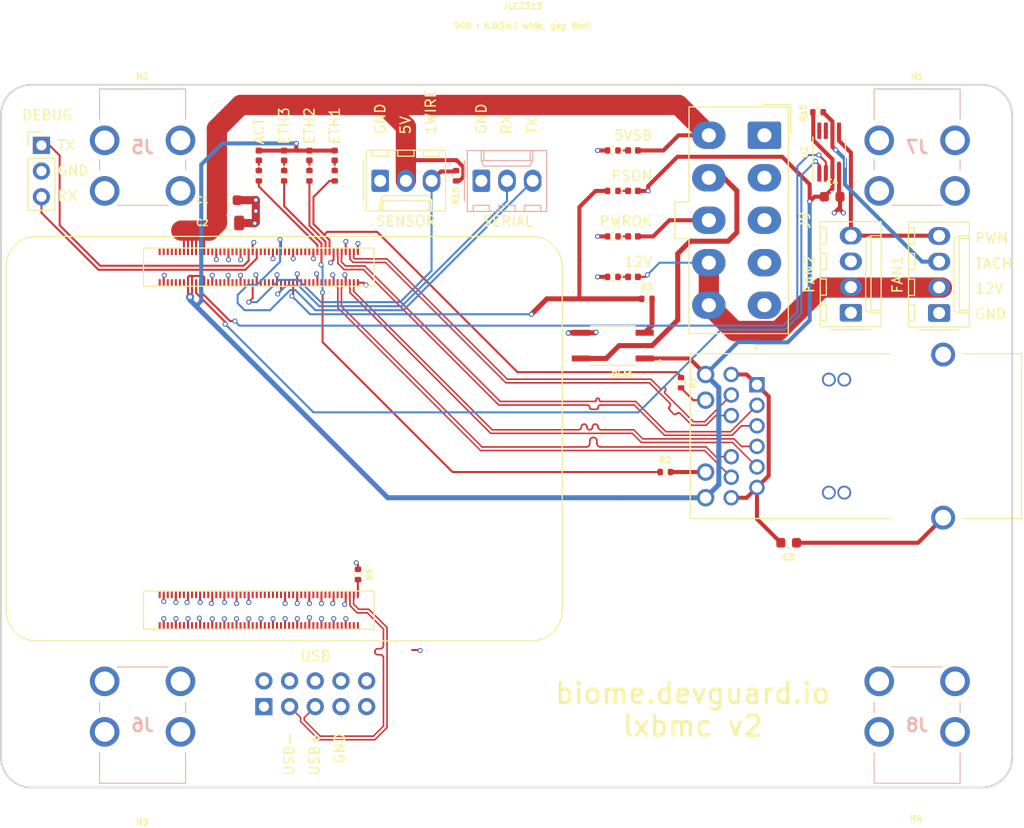
<source format=kicad_pcb>
(kicad_pcb (version 20171130) (host pcbnew 5.1.10)
  (layers (0 F.Cu signal) (1 In1.Cu power) (2 In2.Cu power) (31 B.Cu signal) (34 B.Paste user) (35 F.Paste user) (36 B.SilkS user) (37 F.SilkS user) (38 B.Mask user) (39 F.Mask user) (44 Edge.Cuts user))
  (net 0 "")
  (net 1 GND)
  (net 2 +5V)
  (net 3 USB+)
  (net 4 USB-)
  (net 5 PS_ON)
  (net 6 "Net-(J3-Pad18)")
  (net 7 "Net-(J3-Pad19)")
  (net 8 /RX)
  (net 9 /TX)
  (net 10 "Net-(C3-Pad2)")
  (net 11 pi3.3)
  (net 12 "Net-(D1-Pad1)")
  (net 13 TRD2+)
  (net 14 TRD2-)
  (net 15 TRD1-)
  (net 16 TRD1+)
  (net 17 TRD3-)
  (net 18 TRD3+)
  (net 19 TRD4+)
  (net 20 TRD4-)
  (net 21 "Net-(R5-Pad2)")
  (net 22 "Net-(R3-Pad2)")
  (net 23 "Net-(D3-Pad1)")
  (net 24 "Net-(D4-Pad1)")
  (net 25 "Net-(D5-Pad1)")
  (net 26 "Net-(D6-Pad1)")
  (net 27 "Net-(D8-Pad1)")
  (net 28 +12V)
  (net 29 W1)
  (net 30 ETH_LED3)
  (net 31 ETH_LED1)
  (net 32 RELAY)
  (net 33 LED_ACT)
  (net 34 ETH_LED2)
  (net 35 /SDA)
  (net 36 /SCL)
  (net 37 PWR_OK)
  (net 38 "Net-(FAN1-Pad4)")
  (net 39 "Net-(FAN1-Pad3)")
  (net 40 "Net-(D7-Pad1)")
  (net 41 "Net-(D9-Pad1)")
  (net 42 /DEBUG_RX)
  (net 43 /DEBUG_TX)
  (module dg_relay:G3VM-SOP (layer F.Cu) (at 60.5 25.8 180)
    (fp_text reference RLA1 (at -0.95 -2.862) (layer F.SilkS) (effects (font (size 0.6 0.6))))
    (fp_text value G3VM-61G1)
    (pad 1 smd rect (at -3.155 -1.27 180) (size 1.8 0.59) (layers F.Cu F.Paste F.Mask) (net 11 pi3.3))
    (pad 2 smd rect (at -3.155 1.27 180) (size 1.8 0.59) (layers F.Cu F.Paste F.Mask) (net 22 "Net-(R3-Pad2)"))
    (pad 3 smd rect (at 3.155 1.27 180) (size 1.8 0.59) (layers F.Cu F.Paste F.Mask) (net 1 GND))
    (pad 4 smd rect (at 3.155 -1.27 180) (size 1.8 0.59) (layers F.Cu F.Paste F.Mask) (net 5 PS_ON))
  )
  (module aep:7790 (layer B.Cu) (at 86.85 64)
    (fp_text reference J8 (at 3.75 -0.672) (layer B.SilkS) (effects (font (size 1.27 1.27) (thickness 0.254)) (justify mirror)))
    (fp_text value 7790 hide)
    (pad 1 thru_hole circle (at 0 0) (size 2.925 2.925) (drill 1.95) (layers *.Cu *.Mask))
    (pad 2 thru_hole circle (at 7.5 0) (size 2.925 2.925) (drill 1.95) (layers *.Cu *.Mask))
    (pad 3 thru_hole circle (at 0 -5) (size 2.925 2.925) (drill 1.95) (layers *.Cu *.Mask))
    (pad 4 thru_hole circle (at 7.5 -5) (size 2.925 2.925) (drill 1.95) (layers *.Cu *.Mask))
  )
  (module aep:7790 (layer B.Cu) (at 94.35 5.5 180)
    (fp_text reference J7 (at 3.75 -0.672) (layer B.SilkS) (effects (font (size 1.27 1.27) (thickness 0.254)) (justify mirror)))
    (fp_text value 7790 hide)
    (pad 1 thru_hole circle (at 0 0 180) (size 2.925 2.925) (drill 1.95) (layers *.Cu *.Mask))
    (pad 2 thru_hole circle (at 7.5 0 180) (size 2.925 2.925) (drill 1.95) (layers *.Cu *.Mask))
    (pad 3 thru_hole circle (at 0 -5 180) (size 2.925 2.925) (drill 1.95) (layers *.Cu *.Mask))
    (pad 4 thru_hole circle (at 7.5 -5 180) (size 2.925 2.925) (drill 1.95) (layers *.Cu *.Mask))
  )
  (module aep:7790 (layer B.Cu) (at 10.25 64)
    (fp_text reference J6 (at 3.75 -0.672) (layer B.SilkS) (effects (font (size 1.27 1.27) (thickness 0.254)) (justify mirror)))
    (fp_text value 7790 hide)
    (pad 1 thru_hole circle (at 0 0) (size 2.925 2.925) (drill 1.95) (layers *.Cu *.Mask))
    (pad 2 thru_hole circle (at 7.5 0) (size 2.925 2.925) (drill 1.95) (layers *.Cu *.Mask))
    (pad 3 thru_hole circle (at 0 -5) (size 2.925 2.925) (drill 1.95) (layers *.Cu *.Mask))
    (pad 4 thru_hole circle (at 7.5 -5) (size 2.925 2.925) (drill 1.95) (layers *.Cu *.Mask))
  )
  (module aep:7790 (layer B.Cu) (at 17.75 5.5 180)
    (fp_text reference J5 (at 3.75 -0.672) (layer B.SilkS) (effects (font (size 1.27 1.27) (thickness 0.254)) (justify mirror)))
    (fp_text value 7790 hide)
    (pad 1 thru_hole circle (at 0 0 180) (size 2.925 2.925) (drill 1.95) (layers *.Cu *.Mask))
    (pad 2 thru_hole circle (at 7.5 0 180) (size 2.925 2.925) (drill 1.95) (layers *.Cu *.Mask))
    (pad 3 thru_hole circle (at 0 -5 180) (size 2.925 2.925) (drill 1.95) (layers *.Cu *.Mask))
    (pad 4 thru_hole circle (at 7.5 -5 180) (size 2.925 2.925) (drill 1.95) (layers *.Cu *.Mask))
  )
  (module aep:BEL_0826-1X1T-GH-F (layer F.Cu) (at 90 34.75 270)
    (fp_text reference J3 (at -4.925 23.065 90) (layer F.SilkS) (effects (font (thickness 0.015))))
    (fp_text value 0826-1X1T-GH-F)
    (pad None np_thru_hole circle (at -6.35 0 270) (size 3.2512 3.2512) (drill 3.2512) (layers *.Cu *.Mask))
    (pad None np_thru_hole circle (at 6.35 0 270) (size 3.2512 3.2512) (drill 3.2512) (layers *.Cu *.Mask))
    (pad S1 thru_hole circle (at -8.0645 -3.175 270) (size 2.3622 2.3622) (drill 1.5748) (layers *.Cu *.Mask) (net 1 GND))
    (pad S2 thru_hole circle (at 8.0645 -3.175 270) (size 2.3622 2.3622) (drill 1.5748) (layers *.Cu *.Mask) (net 1 GND))
    (pad 4 thru_hole circle (at 1.016 15.24 270) (size 1.524 1.524) (drill 1.016) (layers *.Cu *.Mask) (net 13 TRD2+))
    (pad 5 thru_hole circle (at 3.048 15.24 270) (size 1.524 1.524) (drill 1.016) (layers *.Cu *.Mask) (net 14 TRD2-))
    (pad 6 thru_hole circle (at 5.08 15.24 270) (size 1.524 1.524) (drill 1.016) (layers *.Cu *.Mask) (net 10 "Net-(C3-Pad2)"))
    (pad 10 thru_hole circle (at 2.032 17.78 270) (size 1.524 1.524) (drill 1.016) (layers *.Cu *.Mask) (net 15 TRD1-))
    (pad 11 thru_hole circle (at 4.064 17.78 270) (size 1.524 1.524) (drill 1.016) (layers *.Cu *.Mask) (net 16 TRD1+))
    (pad 12 thru_hole circle (at 6.096 17.78 270) (size 1.524 1.524) (drill 1.016) (layers *.Cu *.Mask) (net 10 "Net-(C3-Pad2)"))
    (pad 17 thru_hole circle (at -6.096 20.32 270) (size 1.7145 1.7145) (drill 1.143) (layers *.Cu *.Mask) (net 11 pi3.3))
    (pad 18 thru_hole circle (at -3.556 20.32 270) (size 1.7145 1.7145) (drill 1.143) (layers *.Cu *.Mask) (net 6 "Net-(J3-Pad18)"))
    (pad 20 thru_hole circle (at 6.096 20.32 270) (size 1.7145 1.7145) (drill 1.143) (layers *.Cu *.Mask) (net 11 pi3.3))
    (pad 19 thru_hole circle (at 3.556 20.32 270) (size 1.7145 1.7145) (drill 1.143) (layers *.Cu *.Mask) (net 7 "Net-(J3-Pad19)"))
    (pad 13 thru_hole circle (at -5.588 8.128 270) (size 1.3716 1.3716) (drill 1.016) (layers *.Cu *.Mask))
    (pad 14 thru_hole circle (at 5.588 8.128 270) (size 1.3716 1.3716) (drill 1.016) (layers *.Cu *.Mask))
    (pad 15 thru_hole circle (at -5.588 6.604 270) (size 1.3716 1.3716) (drill 1.016) (layers *.Cu *.Mask))
    (pad 16 thru_hole circle (at 5.588 6.604 270) (size 1.3716 1.3716) (drill 1.016) (layers *.Cu *.Mask))
    (pad 1 thru_hole rect (at -5.08 15.24 270) (size 1.524 1.524) (drill 1.016) (layers *.Cu *.Mask) (net 10 "Net-(C3-Pad2)"))
    (pad 2 thru_hole circle (at -3.048 15.24 270) (size 1.524 1.524) (drill 1.016) (layers *.Cu *.Mask) (net 17 TRD3-))
    (pad 3 thru_hole circle (at -1.016 15.24 270) (size 1.524 1.524) (drill 1.016) (layers *.Cu *.Mask) (net 18 TRD3+))
    (pad 7 thru_hole circle (at -6.096 17.78 270) (size 1.524 1.524) (drill 1.016) (layers *.Cu *.Mask) (net 10 "Net-(C3-Pad2)"))
    (pad 8 thru_hole circle (at -4.064 17.78 270) (size 1.524 1.524) (drill 1.016) (layers *.Cu *.Mask) (net 19 TRD4+))
    (pad 9 thru_hole circle (at -2.032 17.78 270) (size 1.524 1.524) (drill 1.016) (layers *.Cu *.Mask) (net 20 TRD4-))
  )
  (module "aep:HRS_DF40HC(3.0)-100DS-0.4V(58)_PNP_OVERLAY" (layer F.Cu) (at 25.49 18.04)
    (fp_text reference X1 (at -9.985218 -2.664157) (layer F.SilkS) (effects (font (size 0.480876 0.480876) (thickness 0.015))))
    (fp_text value DF40HC_3.0_-100DS-0.4V_51_PNP_OVERLAY)
  )
  (module dg_rpi:rpi_cm4 (layer F.Cu) (at 55.5 15 180)
    (fp_text reference U1 hide)
    (fp_text value RPI4CM)
    (pad 100 smd rect (at 39.81 -4.58 180) (size 0.2 0.7) (layers F.Cu F.Paste F.Mask))
    (pad 99 smd rect (at 39.81 -1.5 180) (size 0.2 0.7) (layers F.Cu F.Paste F.Mask))
    (pad 98 smd rect (at 39.41 -4.58 180) (size 0.2 0.7) (layers F.Cu F.Paste F.Mask) (net 1 GND))
    (pad 97 smd rect (at 39.41 -1.5 180) (size 0.2 0.7) (layers F.Cu F.Paste F.Mask))
    (pad 96 smd rect (at 39.01 -4.58 180) (size 0.2 0.7) (layers F.Cu F.Paste F.Mask))
    (pad 95 smd rect (at 39.01 -1.5 180) (size 0.2 0.7) (layers F.Cu F.Paste F.Mask))
    (pad 94 smd rect (at 38.61 -4.58 180) (size 0.2 0.7) (layers F.Cu F.Paste F.Mask))
    (pad 93 smd rect (at 38.61 -1.5 180) (size 0.2 0.7) (layers F.Cu F.Paste F.Mask))
    (pad 92 smd rect (at 38.21 -4.58 180) (size 0.2 0.7) (layers F.Cu F.Paste F.Mask))
    (pad 91 smd rect (at 38.21 -1.5 180) (size 0.2 0.7) (layers F.Cu F.Paste F.Mask))
    (pad 90 smd rect (at 37.81 -4.58 180) (size 0.2 0.7) (layers F.Cu F.Paste F.Mask))
    (pad 89 smd rect (at 37.81 -1.5 180) (size 0.2 0.7) (layers F.Cu F.Paste F.Mask))
    (pad 88 smd rect (at 37.41 -4.58 180) (size 0.2 0.7) (layers F.Cu F.Paste F.Mask))
    (pad 87 smd rect (at 37.41 -1.5 180) (size 0.2 0.7) (layers F.Cu F.Paste F.Mask) (net 2 +5V))
    (pad 86 smd rect (at 37.01 -4.58 180) (size 0.2 0.7) (layers F.Cu F.Paste F.Mask) (net 11 pi3.3))
    (pad 85 smd rect (at 37.01 -1.5 180) (size 0.2 0.7) (layers F.Cu F.Paste F.Mask) (net 2 +5V))
    (pad 84 smd rect (at 36.61 -4.58 180) (size 0.2 0.7) (layers F.Cu F.Paste F.Mask) (net 11 pi3.3))
    (pad 83 smd rect (at 36.61 -1.5 180) (size 0.2 0.7) (layers F.Cu F.Paste F.Mask) (net 2 +5V))
    (pad 82 smd rect (at 36.21 -4.58 180) (size 0.2 0.7) (layers F.Cu F.Paste F.Mask) (net 35 /SDA))
    (pad 81 smd rect (at 36.21 -1.5 180) (size 0.2 0.7) (layers F.Cu F.Paste F.Mask) (net 2 +5V))
    (pad 80 smd rect (at 35.81 -4.58 180) (size 0.2 0.7) (layers F.Cu F.Paste F.Mask) (net 36 /SCL))
    (pad 79 smd rect (at 35.81 -1.5 180) (size 0.2 0.7) (layers F.Cu F.Paste F.Mask) (net 2 +5V))
    (pad 78 smd rect (at 35.41 -4.58 180) (size 0.2 0.7) (layers F.Cu F.Paste F.Mask) (net 11 pi3.3))
    (pad 77 smd rect (at 35.41 -1.5 180) (size 0.2 0.7) (layers F.Cu F.Paste F.Mask) (net 2 +5V))
    (pad 76 smd rect (at 35.01 -4.58 180) (size 0.2 0.7) (layers F.Cu F.Paste F.Mask))
    (pad 75 smd rect (at 35.01 -1.5 180) (size 0.2 0.7) (layers F.Cu F.Paste F.Mask))
    (pad 74 smd rect (at 34.61 -4.58 180) (size 0.2 0.7) (layers F.Cu F.Paste F.Mask) (net 1 GND))
    (pad 73 smd rect (at 34.61 -1.5 180) (size 0.2 0.7) (layers F.Cu F.Paste F.Mask))
    (pad 72 smd rect (at 34.21 -4.58 180) (size 0.2 0.7) (layers F.Cu F.Paste F.Mask))
    (pad 71 smd rect (at 34.21 -1.5 180) (size 0.2 0.7) (layers F.Cu F.Paste F.Mask) (net 1 GND))
    (pad 70 smd rect (at 33.81 -4.58 180) (size 0.2 0.7) (layers F.Cu F.Paste F.Mask))
    (pad 69 smd rect (at 33.81 -1.5 180) (size 0.2 0.7) (layers F.Cu F.Paste F.Mask))
    (pad 68 smd rect (at 33.41 -4.58 180) (size 0.2 0.7) (layers F.Cu F.Paste F.Mask))
    (pad 67 smd rect (at 33.41 -1.5 180) (size 0.2 0.7) (layers F.Cu F.Paste F.Mask))
    (pad 66 smd rect (at 33.01 -4.58 180) (size 0.2 0.7) (layers F.Cu F.Paste F.Mask) (net 1 GND))
    (pad 65 smd rect (at 33.01 -1.5 180) (size 0.2 0.7) (layers F.Cu F.Paste F.Mask) (net 1 GND))
    (pad 64 smd rect (at 32.61 -4.58 180) (size 0.2 0.7) (layers F.Cu F.Paste F.Mask))
    (pad 63 smd rect (at 32.61 -1.5 180) (size 0.2 0.7) (layers F.Cu F.Paste F.Mask))
    (pad 62 smd rect (at 32.21 -4.58 180) (size 0.2 0.7) (layers F.Cu F.Paste F.Mask))
    (pad 61 smd rect (at 32.21 -1.5 180) (size 0.2 0.7) (layers F.Cu F.Paste F.Mask))
    (pad 60 smd rect (at 31.81 -4.58 180) (size 0.2 0.7) (layers F.Cu F.Paste F.Mask) (net 1 GND))
    (pad 59 smd rect (at 31.81 -1.5 180) (size 0.2 0.7) (layers F.Cu F.Paste F.Mask) (net 1 GND))
    (pad 58 smd rect (at 31.41 -4.58 180) (size 0.2 0.7) (layers F.Cu F.Paste F.Mask))
    (pad 57 smd rect (at 31.41 -1.5 180) (size 0.2 0.7) (layers F.Cu F.Paste F.Mask))
    (pad 56 smd rect (at 31.01 -4.58 180) (size 0.2 0.7) (layers F.Cu F.Paste F.Mask))
    (pad 55 smd rect (at 31.01 -1.5 180) (size 0.2 0.7) (layers F.Cu F.Paste F.Mask) (net 43 /DEBUG_TX))
    (pad 54 smd rect (at 30.61 -4.58 180) (size 0.2 0.7) (layers F.Cu F.Paste F.Mask) (net 29 W1))
    (pad 53 smd rect (at 30.61 -1.5 180) (size 0.2 0.7) (layers F.Cu F.Paste F.Mask) (net 1 GND))
    (pad 52 smd rect (at 30.21 -4.58 180) (size 0.2 0.7) (layers F.Cu F.Paste F.Mask) (net 1 GND))
    (pad 51 smd rect (at 30.21 -1.5 180) (size 0.2 0.7) (layers F.Cu F.Paste F.Mask) (net 42 /DEBUG_RX))
    (pad 50 smd rect (at 29.81 -4.58 180) (size 0.2 0.7) (layers F.Cu F.Paste F.Mask))
    (pad 49 smd rect (at 29.81 -1.5 180) (size 0.2 0.7) (layers F.Cu F.Paste F.Mask))
    (pad 48 smd rect (at 29.41 -4.58 180) (size 0.2 0.7) (layers F.Cu F.Paste F.Mask))
    (pad 47 smd rect (at 29.41 -1.5 180) (size 0.2 0.7) (layers F.Cu F.Paste F.Mask))
    (pad 46 smd rect (at 29.01 -4.58 180) (size 0.2 0.7) (layers F.Cu F.Paste F.Mask))
    (pad 45 smd rect (at 29.01 -1.5 180) (size 0.2 0.7) (layers F.Cu F.Paste F.Mask))
    (pad 44 smd rect (at 28.61 -4.58 180) (size 0.2 0.7) (layers F.Cu F.Paste F.Mask))
    (pad 43 smd rect (at 28.61 -1.5 180) (size 0.2 0.7) (layers F.Cu F.Paste F.Mask) (net 1 GND))
    (pad 42 smd rect (at 28.21 -4.58 180) (size 0.2 0.7) (layers F.Cu F.Paste F.Mask) (net 1 GND))
    (pad 41 smd rect (at 28.21 -1.5 180) (size 0.2 0.7) (layers F.Cu F.Paste F.Mask))
    (pad 40 smd rect (at 27.81 -4.58 180) (size 0.2 0.7) (layers F.Cu F.Paste F.Mask) (net 8 /RX))
    (pad 39 smd rect (at 27.81 -1.5 180) (size 0.2 0.7) (layers F.Cu F.Paste F.Mask) (net 9 /TX))
    (pad 38 smd rect (at 27.41 -4.58 180) (size 0.2 0.7) (layers F.Cu F.Paste F.Mask))
    (pad 37 smd rect (at 27.41 -1.5 180) (size 0.2 0.7) (layers F.Cu F.Paste F.Mask))
    (pad 36 smd rect (at 27.01 -4.58 180) (size 0.2 0.7) (layers F.Cu F.Paste F.Mask))
    (pad 35 smd rect (at 27.01 -1.5 180) (size 0.2 0.7) (layers F.Cu F.Paste F.Mask))
    (pad 34 smd rect (at 26.61 -4.58 180) (size 0.2 0.7) (layers F.Cu F.Paste F.Mask) (net 32 RELAY))
    (pad 33 smd rect (at 26.61 -1.5 180) (size 0.2 0.7) (layers F.Cu F.Paste F.Mask) (net 1 GND))
    (pad 32 smd rect (at 26.21 -4.58 180) (size 0.2 0.7) (layers F.Cu F.Paste F.Mask) (net 1 GND))
    (pad 31 smd rect (at 26.21 -1.5 180) (size 0.2 0.7) (layers F.Cu F.Paste F.Mask))
    (pad 30 smd rect (at 25.81 -4.58 180) (size 0.2 0.7) (layers F.Cu F.Paste F.Mask))
    (pad 29 smd rect (at 25.81 -1.5 180) (size 0.2 0.7) (layers F.Cu F.Paste F.Mask))
    (pad 28 smd rect (at 25.41 -4.58 180) (size 0.2 0.7) (layers F.Cu F.Paste F.Mask))
    (pad 27 smd rect (at 25.41 -1.5 180) (size 0.2 0.7) (layers F.Cu F.Paste F.Mask))
    (pad 26 smd rect (at 25.01 -4.58 180) (size 0.2 0.7) (layers F.Cu F.Paste F.Mask))
    (pad 25 smd rect (at 25.01 -1.5 180) (size 0.2 0.7) (layers F.Cu F.Paste F.Mask))
    (pad 24 smd rect (at 24.61 -4.58 180) (size 0.2 0.7) (layers F.Cu F.Paste F.Mask))
    (pad 23 smd rect (at 24.61 -1.5 180) (size 0.2 0.7) (layers F.Cu F.Paste F.Mask) (net 1 GND))
    (pad 22 smd rect (at 24.21 -4.58 180) (size 0.2 0.7) (layers F.Cu F.Paste F.Mask) (net 1 GND))
    (pad 21 smd rect (at 24.21 -1.5 180) (size 0.2 0.7) (layers F.Cu F.Paste F.Mask) (net 33 LED_ACT))
    (pad 20 smd rect (at 23.81 -4.58 180) (size 0.2 0.7) (layers F.Cu F.Paste F.Mask))
    (pad 19 smd rect (at 23.81 -1.5 180) (size 0.2 0.7) (layers F.Cu F.Paste F.Mask) (net 31 ETH_LED1))
    (pad 18 smd rect (at 23.41 -4.58 180) (size 0.2 0.7) (layers F.Cu F.Paste F.Mask))
    (pad 17 smd rect (at 23.41 -1.5 180) (size 0.2 0.7) (layers F.Cu F.Paste F.Mask) (net 34 ETH_LED2))
    (pad 16 smd rect (at 23.01 -4.58 180) (size 0.2 0.7) (layers F.Cu F.Paste F.Mask))
    (pad 15 smd rect (at 23.01 -1.5 180) (size 0.2 0.7) (layers F.Cu F.Paste F.Mask) (net 30 ETH_LED3))
    (pad 14 smd rect (at 22.61 -4.58 180) (size 0.2 0.7) (layers F.Cu F.Paste F.Mask) (net 1 GND))
    (pad 13 smd rect (at 22.61 -1.5 180) (size 0.2 0.7) (layers F.Cu F.Paste F.Mask) (net 1 GND))
    (pad 12 smd rect (at 22.21 -4.58 180) (size 0.2 0.7) (layers F.Cu F.Paste F.Mask) (net 16 TRD1+))
    (pad 11 smd rect (at 22.21 -1.5 180) (size 0.2 0.7) (layers F.Cu F.Paste F.Mask) (net 18 TRD3+))
    (pad 10 smd rect (at 21.81 -4.58 180) (size 0.2 0.7) (layers F.Cu F.Paste F.Mask) (net 15 TRD1-))
    (pad 9 smd rect (at 21.81 -1.5 180) (size 0.2 0.7) (layers F.Cu F.Paste F.Mask) (net 17 TRD3-))
    (pad 8 smd rect (at 21.41 -4.58 180) (size 0.2 0.7) (layers F.Cu F.Paste F.Mask) (net 1 GND))
    (pad 7 smd rect (at 21.41 -1.5 180) (size 0.2 0.7) (layers F.Cu F.Paste F.Mask) (net 1 GND))
    (pad 6 smd rect (at 21.01 -4.58 180) (size 0.2 0.7) (layers F.Cu F.Paste F.Mask) (net 14 TRD2-))
    (pad 5 smd rect (at 21.01 -1.5 180) (size 0.2 0.7) (layers F.Cu F.Paste F.Mask) (net 20 TRD4-))
    (pad 4 smd rect (at 20.61 -4.58 180) (size 0.2 0.7) (layers F.Cu F.Paste F.Mask) (net 13 TRD2+))
    (pad 3 smd rect (at 20.61 -1.5 180) (size 0.2 0.7) (layers F.Cu F.Paste F.Mask) (net 19 TRD4+))
    (pad 2 smd rect (at 20.21 -4.58 180) (size 0.2 0.7) (layers F.Cu F.Paste F.Mask) (net 1 GND))
    (pad 1 smd rect (at 20.21 -1.5 180) (size 0.2 0.7) (layers F.Cu F.Paste F.Mask) (net 1 GND))
    (pad 199 smd rect (at 39.81 -35.42 180) (size 0.2 0.7) (layers F.Cu F.Paste F.Mask))
    (pad 197 smd rect (at 39.41 -35.42 180) (size 0.2 0.7) (layers F.Cu F.Paste F.Mask) (net 1 GND))
    (pad 195 smd rect (at 39.01 -35.42 180) (size 0.2 0.7) (layers F.Cu F.Paste F.Mask))
    (pad 193 smd rect (at 38.61 -35.42 180) (size 0.2 0.7) (layers F.Cu F.Paste F.Mask))
    (pad 191 smd rect (at 38.21 -35.42 180) (size 0.2 0.7) (layers F.Cu F.Paste F.Mask) (net 1 GND))
    (pad 189 smd rect (at 37.81 -35.42 180) (size 0.2 0.7) (layers F.Cu F.Paste F.Mask))
    (pad 187 smd rect (at 37.41 -35.42 180) (size 0.2 0.7) (layers F.Cu F.Paste F.Mask))
    (pad 185 smd rect (at 37.01 -35.42 180) (size 0.2 0.7) (layers F.Cu F.Paste F.Mask) (net 1 GND))
    (pad 183 smd rect (at 36.61 -35.42 180) (size 0.2 0.7) (layers F.Cu F.Paste F.Mask))
    (pad 181 smd rect (at 36.21 -35.42 180) (size 0.2 0.7) (layers F.Cu F.Paste F.Mask))
    (pad 179 smd rect (at 35.81 -35.42 180) (size 0.2 0.7) (layers F.Cu F.Paste F.Mask) (net 1 GND))
    (pad 177 smd rect (at 35.41 -35.42 180) (size 0.2 0.7) (layers F.Cu F.Paste F.Mask))
    (pad 175 smd rect (at 35.01 -35.42 180) (size 0.2 0.7) (layers F.Cu F.Paste F.Mask))
    (pad 173 smd rect (at 34.61 -35.42 180) (size 0.2 0.7) (layers F.Cu F.Paste F.Mask) (net 1 GND))
    (pad 171 smd rect (at 34.21 -35.42 180) (size 0.2 0.7) (layers F.Cu F.Paste F.Mask))
    (pad 169 smd rect (at 33.81 -35.42 180) (size 0.2 0.7) (layers F.Cu F.Paste F.Mask))
    (pad 167 smd rect (at 33.41 -35.42 180) (size 0.2 0.7) (layers F.Cu F.Paste F.Mask) (net 1 GND))
    (pad 165 smd rect (at 33.01 -35.42 180) (size 0.2 0.7) (layers F.Cu F.Paste F.Mask))
    (pad 163 smd rect (at 32.61 -35.42 180) (size 0.2 0.7) (layers F.Cu F.Paste F.Mask))
    (pad 161 smd rect (at 32.21 -35.42 180) (size 0.2 0.7) (layers F.Cu F.Paste F.Mask) (net 1 GND))
    (pad 159 smd rect (at 31.81 -35.42 180) (size 0.2 0.7) (layers F.Cu F.Paste F.Mask))
    (pad 157 smd rect (at 31.41 -35.42 180) (size 0.2 0.7) (layers F.Cu F.Paste F.Mask))
    (pad 155 smd rect (at 31.01 -35.42 180) (size 0.2 0.7) (layers F.Cu F.Paste F.Mask) (net 1 GND))
    (pad 153 smd rect (at 30.61 -35.42 180) (size 0.2 0.7) (layers F.Cu F.Paste F.Mask))
    (pad 151 smd rect (at 30.21 -35.42 180) (size 0.2 0.7) (layers F.Cu F.Paste F.Mask))
    (pad 149 smd rect (at 29.81 -35.42 180) (size 0.2 0.7) (layers F.Cu F.Paste F.Mask))
    (pad 147 smd rect (at 29.41 -35.42 180) (size 0.2 0.7) (layers F.Cu F.Paste F.Mask))
    (pad 145 smd rect (at 29.01 -35.42 180) (size 0.2 0.7) (layers F.Cu F.Paste F.Mask))
    (pad 143 smd rect (at 28.61 -35.42 180) (size 0.2 0.7) (layers F.Cu F.Paste F.Mask))
    (pad 141 smd rect (at 28.21 -35.42 180) (size 0.2 0.7) (layers F.Cu F.Paste F.Mask))
    (pad 139 smd rect (at 27.81 -35.42 180) (size 0.2 0.7) (layers F.Cu F.Paste F.Mask))
    (pad 137 smd rect (at 27.41 -35.42 180) (size 0.2 0.7) (layers F.Cu F.Paste F.Mask) (net 1 GND))
    (pad 135 smd rect (at 27.01 -35.42 180) (size 0.2 0.7) (layers F.Cu F.Paste F.Mask))
    (pad 133 smd rect (at 26.61 -35.42 180) (size 0.2 0.7) (layers F.Cu F.Paste F.Mask))
    (pad 131 smd rect (at 26.21 -35.42 180) (size 0.2 0.7) (layers F.Cu F.Paste F.Mask) (net 1 GND))
    (pad 129 smd rect (at 25.81 -35.42 180) (size 0.2 0.7) (layers F.Cu F.Paste F.Mask))
    (pad 127 smd rect (at 25.41 -35.42 180) (size 0.2 0.7) (layers F.Cu F.Paste F.Mask))
    (pad 125 smd rect (at 25.01 -35.42 180) (size 0.2 0.7) (layers F.Cu F.Paste F.Mask) (net 1 GND))
    (pad 123 smd rect (at 24.61 -35.42 180) (size 0.2 0.7) (layers F.Cu F.Paste F.Mask))
    (pad 121 smd rect (at 24.21 -35.42 180) (size 0.2 0.7) (layers F.Cu F.Paste F.Mask))
    (pad 119 smd rect (at 23.81 -35.42 180) (size 0.2 0.7) (layers F.Cu F.Paste F.Mask) (net 1 GND))
    (pad 117 smd rect (at 23.41 -35.42 180) (size 0.2 0.7) (layers F.Cu F.Paste F.Mask))
    (pad 115 smd rect (at 23.01 -35.42 180) (size 0.2 0.7) (layers F.Cu F.Paste F.Mask))
    (pad 113 smd rect (at 22.61 -35.42 180) (size 0.2 0.7) (layers F.Cu F.Paste F.Mask) (net 1 GND))
    (pad 111 smd rect (at 22.21 -35.42 180) (size 0.2 0.7) (layers F.Cu F.Paste F.Mask))
    (pad 109 smd rect (at 21.81 -35.42 180) (size 0.2 0.7) (layers F.Cu F.Paste F.Mask))
    (pad 107 smd rect (at 21.41 -35.42 180) (size 0.2 0.7) (layers F.Cu F.Paste F.Mask) (net 1 GND))
    (pad 105 smd rect (at 21.01 -35.42 180) (size 0.2 0.7) (layers F.Cu F.Paste F.Mask) (net 3 USB+))
    (pad 103 smd rect (at 20.61 -35.42 180) (size 0.2 0.7) (layers F.Cu F.Paste F.Mask) (net 4 USB-))
    (pad "" np_thru_hole circle (at 3.5 -36.5 270) (size 2.7 2.7) (drill 2.7) (layers *.Cu *.Paste *.Mask) (clearance 1.7))
    (pad "" np_thru_hole circle (at 3.5 -3.5 270) (size 2.7 2.7) (drill 2.7) (layers *.Cu *.Paste *.Mask) (clearance 1.7))
    (pad "" np_thru_hole circle (at 51.5 -36.5 270) (size 2.7 2.7) (drill 2.7) (layers *.Cu *.Paste *.Mask) (clearance 1.7))
    (pad "" np_thru_hole circle (at 51.5 -3.5 270) (size 2.7 2.7) (drill 2.7) (layers *.Cu *.Paste *.Mask) (clearance 1.7))
    (pad 102 smd rect (at 20.21 -38.5 180) (size 0.2 0.7) (layers F.Cu F.Paste F.Mask))
    (pad 104 smd rect (at 20.61 -38.5 180) (size 0.2 0.7) (layers F.Cu F.Paste F.Mask))
    (pad 106 smd rect (at 21.01 -38.5 180) (size 0.2 0.7) (layers F.Cu F.Paste F.Mask))
    (pad 108 smd rect (at 21.41 -38.5 180) (size 0.2 0.7) (layers F.Cu F.Paste F.Mask) (net 1 GND))
    (pad 110 smd rect (at 21.81 -38.5 180) (size 0.2 0.7) (layers F.Cu F.Paste F.Mask))
    (pad 112 smd rect (at 22.21 -38.5 180) (size 0.2 0.7) (layers F.Cu F.Paste F.Mask))
    (pad 114 smd rect (at 22.61 -38.5 180) (size 0.2 0.7) (layers F.Cu F.Paste F.Mask) (net 1 GND))
    (pad 116 smd rect (at 23.01 -38.5 180) (size 0.2 0.7) (layers F.Cu F.Paste F.Mask))
    (pad 118 smd rect (at 23.41 -38.5 180) (size 0.2 0.7) (layers F.Cu F.Paste F.Mask))
    (pad 120 smd rect (at 23.81 -38.5 180) (size 0.2 0.7) (layers F.Cu F.Paste F.Mask) (net 1 GND))
    (pad 122 smd rect (at 24.21 -38.5 180) (size 0.2 0.7) (layers F.Cu F.Paste F.Mask))
    (pad 124 smd rect (at 24.61 -38.5 180) (size 0.2 0.7) (layers F.Cu F.Paste F.Mask))
    (pad 126 smd rect (at 25.01 -38.5 180) (size 0.2 0.7) (layers F.Cu F.Paste F.Mask) (net 1 GND))
    (pad 128 smd rect (at 25.41 -38.5 180) (size 0.2 0.7) (layers F.Cu F.Paste F.Mask))
    (pad 130 smd rect (at 25.81 -38.5 180) (size 0.2 0.7) (layers F.Cu F.Paste F.Mask))
    (pad 132 smd rect (at 26.21 -38.5 180) (size 0.2 0.7) (layers F.Cu F.Paste F.Mask) (net 1 GND))
    (pad 134 smd rect (at 26.61 -38.5 180) (size 0.2 0.7) (layers F.Cu F.Paste F.Mask))
    (pad 136 smd rect (at 27.01 -38.5 180) (size 0.2 0.7) (layers F.Cu F.Paste F.Mask))
    (pad 138 smd rect (at 27.41 -38.5 180) (size 0.2 0.7) (layers F.Cu F.Paste F.Mask) (net 1 GND))
    (pad 140 smd rect (at 27.81 -38.5 180) (size 0.2 0.7) (layers F.Cu F.Paste F.Mask))
    (pad 142 smd rect (at 28.21 -38.5 180) (size 0.2 0.7) (layers F.Cu F.Paste F.Mask))
    (pad 144 smd rect (at 28.61 -38.5 180) (size 0.2 0.7) (layers F.Cu F.Paste F.Mask) (net 1 GND))
    (pad 146 smd rect (at 29.01 -38.5 180) (size 0.2 0.7) (layers F.Cu F.Paste F.Mask))
    (pad 148 smd rect (at 29.41 -38.5 180) (size 0.2 0.7) (layers F.Cu F.Paste F.Mask))
    (pad 150 smd rect (at 29.81 -38.5 180) (size 0.2 0.7) (layers F.Cu F.Paste F.Mask) (net 1 GND))
    (pad 152 smd rect (at 30.21 -38.5 180) (size 0.2 0.7) (layers F.Cu F.Paste F.Mask))
    (pad 154 smd rect (at 30.61 -38.5 180) (size 0.2 0.7) (layers F.Cu F.Paste F.Mask))
    (pad 156 smd rect (at 31.01 -38.5 180) (size 0.2 0.7) (layers F.Cu F.Paste F.Mask) (net 1 GND))
    (pad 158 smd rect (at 31.41 -38.5 180) (size 0.2 0.7) (layers F.Cu F.Paste F.Mask))
    (pad 160 smd rect (at 31.81 -38.5 180) (size 0.2 0.7) (layers F.Cu F.Paste F.Mask))
    (pad 162 smd rect (at 32.21 -38.5 180) (size 0.2 0.7) (layers F.Cu F.Paste F.Mask) (net 1 GND))
    (pad 164 smd rect (at 32.61 -38.5 180) (size 0.2 0.7) (layers F.Cu F.Paste F.Mask))
    (pad 166 smd rect (at 33.01 -38.5 180) (size 0.2 0.7) (layers F.Cu F.Paste F.Mask))
    (pad 168 smd rect (at 33.41 -38.5 180) (size 0.2 0.7) (layers F.Cu F.Paste F.Mask) (net 1 GND))
    (pad 170 smd rect (at 33.81 -38.5 180) (size 0.2 0.7) (layers F.Cu F.Paste F.Mask))
    (pad 172 smd rect (at 34.21 -38.5 180) (size 0.2 0.7) (layers F.Cu F.Paste F.Mask))
    (pad 174 smd rect (at 34.61 -38.5 180) (size 0.2 0.7) (layers F.Cu F.Paste F.Mask) (net 1 GND))
    (pad 176 smd rect (at 35.01 -38.5 180) (size 0.2 0.7) (layers F.Cu F.Paste F.Mask))
    (pad 178 smd rect (at 35.41 -38.5 180) (size 0.2 0.7) (layers F.Cu F.Paste F.Mask))
    (pad 180 smd rect (at 35.81 -38.5 180) (size 0.2 0.7) (layers F.Cu F.Paste F.Mask) (net 1 GND))
    (pad 182 smd rect (at 36.21 -38.5 180) (size 0.2 0.7) (layers F.Cu F.Paste F.Mask))
    (pad 184 smd rect (at 36.61 -38.5 180) (size 0.2 0.7) (layers F.Cu F.Paste F.Mask))
    (pad 186 smd rect (at 37.01 -38.5 180) (size 0.2 0.7) (layers F.Cu F.Paste F.Mask) (net 1 GND))
    (pad 188 smd rect (at 37.41 -38.5 180) (size 0.2 0.7) (layers F.Cu F.Paste F.Mask))
    (pad 190 smd rect (at 37.81 -38.5 180) (size 0.2 0.7) (layers F.Cu F.Paste F.Mask))
    (pad 192 smd rect (at 38.21 -38.5 180) (size 0.2 0.7) (layers F.Cu F.Paste F.Mask) (net 1 GND))
    (pad 194 smd rect (at 38.61 -38.5 180) (size 0.2 0.7) (layers F.Cu F.Paste F.Mask))
    (pad 196 smd rect (at 39.01 -38.5 180) (size 0.2 0.7) (layers F.Cu F.Paste F.Mask))
    (pad 198 smd rect (at 39.41 -38.5 180) (size 0.2 0.7) (layers F.Cu F.Paste F.Mask) (net 1 GND))
    (pad 200 smd rect (at 39.81 -38.5 180) (size 0.2 0.7) (layers F.Cu F.Paste F.Mask))
    (pad 101 smd rect (at 20.21 -35.42 180) (size 0.2 0.7) (layers F.Cu F.Paste F.Mask) (net 21 "Net-(R5-Pad2)"))
  )
  (module LED_SMD:LED_0402_1005Metric (layer F.Cu) (at 62.5 10.5)
    (fp_text reference D8)
    (fp_text value LED)
    (pad 1 smd roundrect (at -0.485 0) (size 0.59 0.64) (layers F.Cu F.Paste F.Mask) (net 27 "Net-(D8-Pad1)"))
    (pad 2 smd roundrect (at 0.485 0) (size 0.59 0.64) (layers F.Cu F.Paste F.Mask) (net 11 pi3.3))
  )
  (module Resistor_SMD:R_0402_1005Metric (layer F.Cu) (at 60.5 10.5 180)
    (fp_text reference R12 hide)
    (fp_text value 470)
    (pad 1 smd roundrect (at -0.51 0 180) (size 0.54 0.64) (layers F.Cu F.Paste F.Mask) (net 27 "Net-(D8-Pad1)"))
    (pad 2 smd roundrect (at 0.51 0 180) (size 0.54 0.64) (layers F.Cu F.Paste F.Mask) (net 32 RELAY))
  )
  (module Connector_Molex:Molex_Mini-Fit_Jr_5566-10A_2x05_P4.20mm_Vertical (layer F.Cu) (at 75.5 5 270)
    (fp_text reference J9 (at 8.4 -4 90) (layer F.SilkS))
    (fp_text value PSU)
    (pad 10 thru_hole oval (at 16.8 5.5 270) (size 2.7 3.3) (drill 1.4) (layers *.Cu *.Mask) (net 28 +12V))
    (pad 9 thru_hole oval (at 12.6 5.5 270) (size 2.7 3.3) (drill 1.4) (layers *.Cu *.Mask) (net 28 +12V))
    (pad 8 thru_hole oval (at 8.4 5.5 270) (size 2.7 3.3) (drill 1.4) (layers *.Cu *.Mask) (net 37 PWR_OK))
    (pad 7 thru_hole oval (at 4.2 5.5 270) (size 2.7 3.3) (drill 1.4) (layers *.Cu *.Mask) (net 5 PS_ON))
    (pad 6 thru_hole oval (at 0 5.5 270) (size 2.7 3.3) (drill 1.4) (layers *.Cu *.Mask) (net 2 +5V))
    (pad 5 thru_hole oval (at 16.8 0 270) (size 2.7 3.3) (drill 1.4) (layers *.Cu *.Mask) (net 1 GND))
    (pad 4 thru_hole oval (at 12.6 0 270) (size 2.7 3.3) (drill 1.4) (layers *.Cu *.Mask) (net 1 GND))
    (pad 3 thru_hole oval (at 8.4 0 270) (size 2.7 3.3) (drill 1.4) (layers *.Cu *.Mask) (net 1 GND))
    (pad 2 thru_hole oval (at 4.2 0 270) (size 2.7 3.3) (drill 1.4) (layers *.Cu *.Mask) (net 1 GND))
    (pad 1 thru_hole roundrect (at 0 0 270) (size 2.7 3.3) (drill 1.4) (layers *.Cu *.Mask) (roundrect_rratio 0.09259299999999999) (net 1 GND))
  )
  (module Resistor_SMD:R_0402_1005Metric (layer F.Cu) (at 60.5 19 180)
    (fp_text reference R14)
    (fp_text value 2K)
    (pad 2 smd roundrect (at 0.51 0 180) (size 0.54 0.64) (layers F.Cu F.Paste F.Mask) (net 1 GND))
    (pad 1 smd roundrect (at -0.51 0 180) (size 0.54 0.64) (layers F.Cu F.Paste F.Mask) (net 41 "Net-(D9-Pad1)"))
  )
  (module Resistor_SMD:R_0402_1005Metric (layer F.Cu) (at 60.5 15 180)
    (fp_text reference R11)
    (fp_text value 1K)
    (pad 2 smd roundrect (at 0.51 0 180) (size 0.54 0.64) (layers F.Cu F.Paste F.Mask) (net 1 GND))
    (pad 1 smd roundrect (at -0.51 0 180) (size 0.54 0.64) (layers F.Cu F.Paste F.Mask) (net 40 "Net-(D7-Pad1)"))
  )
  (module LED_SMD:LED_0402_1005Metric (layer F.Cu) (at 62.5 19)
    (fp_text reference D9)
    (fp_text value LED)
    (pad 2 smd roundrect (at 0.485 0) (size 0.59 0.64) (layers F.Cu F.Paste F.Mask) (net 28 +12V))
    (pad 1 smd roundrect (at -0.485 0) (size 0.59 0.64) (layers F.Cu F.Paste F.Mask) (net 41 "Net-(D9-Pad1)"))
  )
  (module LED_SMD:LED_0402_1005Metric (layer F.Cu) (at 62.5 15)
    (fp_text reference D7)
    (fp_text value LED)
    (pad 2 smd roundrect (at 0.485 0) (size 0.59 0.64) (layers F.Cu F.Paste F.Mask) (net 37 PWR_OK))
    (pad 1 smd roundrect (at -0.485 0) (size 0.59 0.64) (layers F.Cu F.Paste F.Mask) (net 40 "Net-(D7-Pad1)"))
  )
  (module Connector_Molex:Molex_KK-254_AE-6410-04A_1x04_P2.54mm_Vertical (layer F.Cu) (at 92.775 22.575 90)
    (fp_text reference FAN1 (at 3.81 -4.12 90) (layer F.SilkS))
    (fp_text value Fan_4pin)
    (pad 4 thru_hole oval (at 7.62 0 90) (size 1.74 2.19) (drill 1.19) (layers *.Cu *.Mask) (net 38 "Net-(FAN1-Pad4)"))
    (pad 3 thru_hole oval (at 5.08 0 90) (size 1.74 2.19) (drill 1.19) (layers *.Cu *.Mask) (net 39 "Net-(FAN1-Pad3)"))
    (pad 2 thru_hole oval (at 2.54 0 90) (size 1.74 2.19) (drill 1.19) (layers *.Cu *.Mask) (net 28 +12V))
    (pad 1 thru_hole roundrect (at 0 0 90) (size 1.74 2.19) (drill 1.19) (layers *.Cu *.Mask) (roundrect_rratio 0.143678) (net 1 GND))
  )
  (module Connector_Molex:Molex_KK-254_AE-6410-03A_1x03_P2.54mm_Vertical (layer B.Cu) (at 47.5 9.5)
    (fp_text reference J11 hide)
    (fp_text value Conn_01x03)
    (pad 3 thru_hole oval (at 5.08 0) (size 1.74 2.19) (drill 1.19) (layers *.Cu *.Mask) (net 9 /TX))
    (pad 2 thru_hole oval (at 2.54 0) (size 1.74 2.19) (drill 1.19) (layers *.Cu *.Mask) (net 8 /RX))
    (pad 1 thru_hole roundrect (at 0 0) (size 1.74 2.19) (drill 1.19) (layers *.Cu *.Mask) (roundrect_rratio 0.143678) (net 1 GND))
  )
  (module Connector_Molex:Molex_KK-254_AE-6410-04A_1x04_P2.54mm_Vertical (layer F.Cu) (at 84.05 22.55 90)
    (fp_text reference FAN2 (at 3.81 -4.12 90) (layer F.SilkS))
    (fp_text value Fan_4pin)
    (pad 4 thru_hole oval (at 7.62 0 90) (size 1.74 2.19) (drill 1.19) (layers *.Cu *.Mask) (net 38 "Net-(FAN1-Pad4)"))
    (pad 3 thru_hole oval (at 5.08 0 90) (size 1.74 2.19) (drill 1.19) (layers *.Cu *.Mask))
    (pad 2 thru_hole oval (at 2.54 0 90) (size 1.74 2.19) (drill 1.19) (layers *.Cu *.Mask) (net 28 +12V))
    (pad 1 thru_hole roundrect (at 0 0 90) (size 1.74 2.19) (drill 1.19) (layers *.Cu *.Mask) (roundrect_rratio 0.143678) (net 1 GND))
  )
  (module Connector_Molex:Molex_KK-254_AE-6410-03A_1x03_P2.54mm_Vertical (layer F.Cu) (at 37.5 9.5)
    (fp_text reference J4 hide)
    (fp_text value Conn_01x03)
    (pad 3 thru_hole oval (at 5.08 0) (size 1.74 2.19) (drill 1.19) (layers *.Cu *.Mask) (net 29 W1))
    (pad 2 thru_hole oval (at 2.54 0) (size 1.74 2.19) (drill 1.19) (layers *.Cu *.Mask) (net 2 +5V))
    (pad 1 thru_hole roundrect (at 0 0) (size 1.74 2.19) (drill 1.19) (layers *.Cu *.Mask) (roundrect_rratio 0.143678) (net 1 GND))
  )
  (module Package_SO:MSOP-8_3x3mm_P0.65mm (layer F.Cu) (at 81.9 6.6625 90)
    (fp_text reference U2 (at 0 -2.45 90) (layer F.SilkS) (effects (font (size 0.6 0.6))))
    (fp_text value EMC2301)
    (pad 8 smd roundrect (at 2.1125 -0.975 90) (size 1.625 0.4) (layers F.Cu F.Paste F.Mask))
    (pad 7 smd roundrect (at 2.1125 -0.325 90) (size 1.625 0.4) (layers F.Cu F.Paste F.Mask))
    (pad 6 smd roundrect (at 2.1125 0.325 90) (size 1.625 0.4) (layers F.Cu F.Paste F.Mask) (net 39 "Net-(FAN1-Pad3)"))
    (pad 5 smd roundrect (at 2.1125 0.975 90) (size 1.625 0.4) (layers F.Cu F.Paste F.Mask) (net 38 "Net-(FAN1-Pad4)"))
    (pad 4 smd roundrect (at -2.1125 0.975 90) (size 1.625 0.4) (layers F.Cu F.Paste F.Mask) (net 1 GND))
    (pad 3 smd roundrect (at -2.1125 0.325 90) (size 1.625 0.4) (layers F.Cu F.Paste F.Mask) (net 11 pi3.3))
    (pad 2 smd roundrect (at -2.1125 -0.325 90) (size 1.625 0.4) (layers F.Cu F.Paste F.Mask) (net 36 /SCL))
    (pad 1 smd roundrect (at -2.1125 -0.975 90) (size 1.625 0.4) (layers F.Cu F.Paste F.Mask) (net 35 /SDA))
  )
  (module Resistor_SMD:R_0402_1005Metric (layer F.Cu) (at 80.8 2.72 180)
    (fp_text reference R13 (at 1.44 -0.09 90) (layer F.SilkS) (effects (font (size 0.6 0.6))))
    (fp_text value "36K 1%")
    (pad 1 smd roundrect (at -0.51 0 180) (size 0.54 0.64) (layers F.Cu F.Paste F.Mask) (net 39 "Net-(FAN1-Pad3)"))
    (pad 2 smd roundrect (at 0.51 0 180) (size 0.54 0.64) (layers F.Cu F.Paste F.Mask) (net 11 pi3.3))
  )
  (module Resistor_SMD:R_0402_1005Metric (layer F.Cu) (at 63.875 21.175)
    (fp_text reference R3 (at 0 -1.17) (layer F.SilkS) (effects (font (size 0.6 0.6))))
    (fp_text value 470)
    (pad 2 smd roundrect (at 0.51 0) (size 0.54 0.64) (layers F.Cu F.Paste F.Mask) (net 22 "Net-(R3-Pad2)"))
    (pad 1 smd roundrect (at -0.51 0) (size 0.54 0.64) (layers F.Cu F.Paste F.Mask) (net 32 RELAY))
  )
  (module Capacitor_SMD:C_0603_1608Metric (layer F.Cu) (at 82.2 11.075)
    (fp_text reference C4 (at 0 -1.43) (layer F.SilkS) (effects (font (size 0.6 0.6))))
    (fp_text value 100nF)
    (pad 1 smd roundrect (at -0.775 0) (size 0.9 0.95) (layers F.Cu F.Paste F.Mask) (net 11 pi3.3))
    (pad 2 smd roundrect (at 0.775 0) (size 0.9 0.95) (layers F.Cu F.Paste F.Mask) (net 1 GND))
  )
  (module Resistor_SMD:R_0402_1005Metric (layer F.Cu) (at 35.3 48.43 270)
    (fp_text reference R5 (at 0 -1.17 90) (layer F.SilkS) (effects (font (size 0.6 0.6))))
    (fp_text value DNP)
    (pad 2 smd roundrect (at 0.51 0 270) (size 0.54 0.64) (layers F.Cu F.Paste F.Mask) (net 21 "Net-(R5-Pad2)"))
    (pad 1 smd roundrect (at -0.51 0 270) (size 0.54 0.64) (layers F.Cu F.Paste F.Mask) (net 1 GND))
  )
  (module Capacitor_SMD:C_0603_1608Metric (layer F.Cu) (at 77.9 45.3 180)
    (fp_text reference C3 (at 0 -1.43) (layer F.SilkS) (effects (font (size 0.6 0.6))))
    (fp_text value 100n)
    (pad 1 smd roundrect (at -0.775 0 180) (size 0.9 0.95) (layers F.Cu F.Paste F.Mask) (net 1 GND))
    (pad 2 smd roundrect (at 0.775 0 180) (size 0.9 0.95) (layers F.Cu F.Paste F.Mask) (net 10 "Net-(C3-Pad2)"))
  )
  (module LED_SMD:LED_0402_1005Metric (layer F.Cu) (at 25.5 7 90)
    (fp_text reference D6 hide)
    (fp_text value LED)
    (pad 1 smd roundrect (at -0.485 0 90) (size 0.59 0.64) (layers F.Cu F.Paste F.Mask) (net 26 "Net-(D6-Pad1)"))
    (pad 2 smd roundrect (at 0.485 0 90) (size 0.59 0.64) (layers F.Cu F.Paste F.Mask) (net 11 pi3.3))
  )
  (module LED_SMD:LED_0402_1005Metric (layer F.Cu) (at 62.5 6.5)
    (fp_text reference D5)
    (fp_text value LED)
    (pad 1 smd roundrect (at -0.485 0) (size 0.59 0.64) (layers F.Cu F.Paste F.Mask) (net 25 "Net-(D5-Pad1)"))
    (pad 2 smd roundrect (at 0.485 0) (size 0.59 0.64) (layers F.Cu F.Paste F.Mask) (net 2 +5V))
  )
  (module LED_SMD:LED_0402_1005Metric (layer F.Cu) (at 33 7 90)
    (fp_text reference D4 hide)
    (fp_text value LED)
    (pad 1 smd roundrect (at -0.485 0 90) (size 0.59 0.64) (layers F.Cu F.Paste F.Mask) (net 24 "Net-(D4-Pad1)"))
    (pad 2 smd roundrect (at 0.485 0 90) (size 0.59 0.64) (layers F.Cu F.Paste F.Mask) (net 11 pi3.3))
  )
  (module LED_SMD:LED_0402_1005Metric (layer F.Cu) (at 30.5 7 90)
    (fp_text reference D3 hide)
    (fp_text value LED)
    (pad 1 smd roundrect (at -0.485 0 90) (size 0.59 0.64) (layers F.Cu F.Paste F.Mask) (net 23 "Net-(D3-Pad1)"))
    (pad 2 smd roundrect (at 0.485 0 90) (size 0.59 0.64) (layers F.Cu F.Paste F.Mask) (net 11 pi3.3))
  )
  (module LED_SMD:LED_0402_1005Metric (layer F.Cu) (at 28 7 90)
    (fp_text reference D1 hide)
    (fp_text value LED)
    (pad 1 smd roundrect (at -0.485 0 90) (size 0.59 0.64) (layers F.Cu F.Paste F.Mask) (net 12 "Net-(D1-Pad1)"))
    (pad 2 smd roundrect (at 0.485 0 90) (size 0.59 0.64) (layers F.Cu F.Paste F.Mask) (net 11 pi3.3))
  )
  (module Resistor_SMD:R_0402_1005Metric (layer F.Cu) (at 45 9 90)
    (fp_text reference R15 (at -2 0 90) (layer F.SilkS) (effects (font (size 0.6 0.6))))
    (fp_text value 4.7K)
    (pad 2 smd roundrect (at 0.51 0 90) (size 0.54 0.64) (layers F.Cu F.Paste F.Mask) (net 29 W1))
    (pad 1 smd roundrect (at -0.51 0 90) (size 0.54 0.64) (layers F.Cu F.Paste F.Mask) (net 2 +5V))
  )
  (module Resistor_SMD:R_0402_1005Metric (layer F.Cu) (at 25.5 9 270)
    (fp_text reference R10 hide)
    (fp_text value 470)
    (pad 1 smd roundrect (at -0.51 0 270) (size 0.54 0.64) (layers F.Cu F.Paste F.Mask) (net 26 "Net-(D6-Pad1)"))
    (pad 2 smd roundrect (at 0.51 0 270) (size 0.54 0.64) (layers F.Cu F.Paste F.Mask) (net 33 LED_ACT))
  )
  (module Resistor_SMD:R_0402_1005Metric (layer F.Cu) (at 60.5 6.5 180)
    (fp_text reference R9)
    (fp_text value 1K)
    (pad 1 smd roundrect (at -0.51 0 180) (size 0.54 0.64) (layers F.Cu F.Paste F.Mask) (net 25 "Net-(D5-Pad1)"))
    (pad 2 smd roundrect (at 0.51 0 180) (size 0.54 0.64) (layers F.Cu F.Paste F.Mask) (net 1 GND))
  )
  (module Resistor_SMD:R_0402_1005Metric (layer F.Cu) (at 33 9 270)
    (fp_text reference R8 hide)
    (fp_text value 470)
    (pad 1 smd roundrect (at -0.51 0 270) (size 0.54 0.64) (layers F.Cu F.Paste F.Mask) (net 24 "Net-(D4-Pad1)"))
    (pad 2 smd roundrect (at 0.51 0 270) (size 0.54 0.64) (layers F.Cu F.Paste F.Mask) (net 30 ETH_LED3))
  )
  (module Resistor_SMD:R_0402_1005Metric (layer F.Cu) (at 30.5 9 270)
    (fp_text reference R7 hide)
    (fp_text value 470)
    (pad 1 smd roundrect (at -0.51 0 270) (size 0.54 0.64) (layers F.Cu F.Paste F.Mask) (net 23 "Net-(D3-Pad1)"))
    (pad 2 smd roundrect (at 0.51 0 270) (size 0.54 0.64) (layers F.Cu F.Paste F.Mask) (net 34 ETH_LED2))
  )
  (module Resistor_SMD:R_0402_1005Metric (layer F.Cu) (at 28 9 270)
    (fp_text reference R4 hide)
    (fp_text value 470)
    (pad 1 smd roundrect (at -0.51 0 270) (size 0.54 0.64) (layers F.Cu F.Paste F.Mask) (net 12 "Net-(D1-Pad1)"))
    (pad 2 smd roundrect (at 0.51 0 270) (size 0.54 0.64) (layers F.Cu F.Paste F.Mask) (net 31 ETH_LED1))
  )
  (module Resistor_SMD:R_0402_1005Metric (layer F.Cu) (at 65.7 38.3)
    (fp_text reference R2 (at 0 -1.17) (layer F.SilkS) (effects (font (size 0.6 0.6))))
    (fp_text value 470)
    (pad 1 smd roundrect (at -0.51 0) (size 0.54 0.64) (layers F.Cu F.Paste F.Mask) (net 31 ETH_LED1))
    (pad 2 smd roundrect (at 0.51 0) (size 0.54 0.64) (layers F.Cu F.Paste F.Mask) (net 7 "Net-(J3-Pad19)"))
  )
  (module Resistor_SMD:R_0402_1005Metric (layer F.Cu) (at 67.25 29.475 270)
    (fp_text reference R1 (at 0 -1.17 90) (layer F.SilkS) (effects (font (size 0.6 0.6))))
    (fp_text value 470)
    (pad 1 smd roundrect (at -0.51 0 270) (size 0.54 0.64) (layers F.Cu F.Paste F.Mask) (net 30 ETH_LED3))
    (pad 2 smd roundrect (at 0.51 0 270) (size 0.54 0.64) (layers F.Cu F.Paste F.Mask) (net 6 "Net-(J3-Pad18)"))
  )
  (module Connector_PinHeader_2.54mm:PinHeader_1x03_P2.54mm_Vertical (layer F.Cu) (at 4 6)
    (fp_text reference J10 hide)
    (fp_text value Conn_01x03_Odd_Even)
    (pad 3 thru_hole oval (at 0 5.08) (size 1.7 1.7) (drill 1) (layers *.Cu *.Mask) (net 42 /DEBUG_RX))
    (pad 2 thru_hole oval (at 0 2.54) (size 1.7 1.7) (drill 1) (layers *.Cu *.Mask) (net 1 GND))
    (pad 1 thru_hole rect (at 0 0) (size 1.7 1.7) (drill 1) (layers *.Cu *.Mask) (net 43 /DEBUG_TX))
  )
  (module "aep:HRS_DF40HC(3.0)-100DS-0.4V(58)_PNP_OVERLAY" (layer F.Cu) (at 25.49 51.96)
    (fp_text reference X2 (at -9.985218 -2.664157) (layer F.SilkS) (effects (font (size 0.6 0.6) (thickness 0.015))))
    (fp_text value DF40HC_3.0_-100DS-0.4V_51_PNP_OVERLAY)
  )
  (module aep:MountingHole_3.2mm_M3_DIN965_Mask (layer F.Cu) (at 90.6 66.5)
    (fp_text reference H4 (at -0.1 6.09) (layer F.SilkS) (effects (font (size 0.6 0.6))))
    (fp_text value MountingHole)
    (pad "" np_thru_hole circle (at 0 0) (size 3.2 3.2) (drill 3.2) (layers *.Cu *.Mask))
  )
  (module aep:MountingHole_3.2mm_M3_DIN965_Mask (layer F.Cu) (at 14 66.5)
    (fp_text reference H3 (at -0.04 6.42) (layer F.SilkS) (effects (font (size 0.6 0.6))))
    (fp_text value MountingHole)
    (pad "" np_thru_hole circle (at 0 0) (size 3.2 3.2) (drill 3.2) (layers *.Cu *.Mask))
  )
  (module aep:MountingHole_3.2mm_M3_DIN965_Mask (layer F.Cu) (at 14 3)
    (fp_text reference H2 (at 0 -3.8) (layer F.SilkS) (effects (font (size 0.6 0.6))))
    (fp_text value MountingHole)
    (pad "" np_thru_hole circle (at 0 0) (size 3.2 3.2) (drill 3.2) (layers *.Cu *.Mask))
  )
  (module aep:MountingHole_3.2mm_M3_DIN965_Mask (layer F.Cu) (at 90.6 3)
    (fp_text reference H1 (at 0 -3.8) (layer F.SilkS) (effects (font (size 0.6 0.6))))
    (fp_text value MountingHole)
    (pad "" np_thru_hole circle (at 0 0) (size 3.2 3.2) (drill 3.2) (layers *.Cu *.Mask))
  )
  (module Connector_PinHeader_2.54mm:PinHeader_2x05_P2.54mm_Vertical (layer F.Cu) (at 26 61.5 90)
    (fp_text reference USB1 hide)
    (fp_text value Conn_02x05_Odd_Even)
    (pad 1 thru_hole rect (at 0 0 90) (size 1.7 1.7) (drill 1) (layers *.Cu *.Mask))
    (pad 2 thru_hole oval (at 2.54 0 90) (size 1.7 1.7) (drill 1) (layers *.Cu *.Mask))
    (pad 3 thru_hole oval (at 0 2.54 90) (size 1.7 1.7) (drill 1) (layers *.Cu *.Mask) (net 4 USB-))
    (pad 4 thru_hole oval (at 2.54 2.54 90) (size 1.7 1.7) (drill 1) (layers *.Cu *.Mask))
    (pad 5 thru_hole oval (at 0 5.08 90) (size 1.7 1.7) (drill 1) (layers *.Cu *.Mask) (net 3 USB+))
    (pad 6 thru_hole oval (at 2.54 5.08 90) (size 1.7 1.7) (drill 1) (layers *.Cu *.Mask))
    (pad 7 thru_hole oval (at 0 7.62 90) (size 1.7 1.7) (drill 1) (layers *.Cu *.Mask) (net 1 GND))
    (pad 8 thru_hole oval (at 2.54 7.62 90) (size 1.7 1.7) (drill 1) (layers *.Cu *.Mask) (net 1 GND))
    (pad 9 thru_hole oval (at 0 10.16 90) (size 1.7 1.7) (drill 1) (layers *.Cu *.Mask))
    (pad 10 thru_hole oval (at 2.54 10.16 90) (size 1.7 1.7) (drill 1) (layers *.Cu *.Mask))
  )
  (module Capacitor_SMD:C_0805_2012Metric (layer F.Cu) (at 22.6 13.675)
    (fp_text reference C2 (at -2.7 -0.025) (layer F.SilkS) (effects (font (size 0.6 0.6))))
    (fp_text value C)
    (pad 2 smd roundrect (at 0.95 0) (size 1 1.45) (layers F.Cu F.Paste F.Mask) (net 1 GND))
    (pad 1 smd roundrect (at -0.95 0) (size 1 1.45) (layers F.Cu F.Paste F.Mask) (net 2 +5V))
  )
  (module Capacitor_SMD:C_0603_1608Metric (layer F.Cu) (at 22.584 11.414)
    (fp_text reference C1 (at -2.684 -0.014) (layer F.SilkS) (effects (font (size 0.6 0.6))))
    (fp_text value C)
    (pad 2 smd roundrect (at 0.775 0) (size 0.9 0.95) (layers F.Cu F.Paste F.Mask) (net 1 GND))
    (pad 1 smd roundrect (at -0.775 0) (size 0.9 0.95) (layers F.Cu F.Paste F.Mask) (net 2 +5V))
  )
  (gr_text "biome.devguard.io\nlxbmc v2" (at 68.41 61.8) (layer F.SilkS) (effects (font (size 2 2) (thickness 0.3))))
  (gr_text "SERIAL\n" (at 47.5 13.5) (layer F.SilkS) (effects (font (size 1 1)) (justify left)))
  (gr_text "SENSOR\n" (at 37 13.5) (layer F.SilkS) (effects (font (size 1 1)) (justify left)))
  (gr_text "USB\n" (at 29.5 56.5) (layer F.SilkS) (effects (font (size 1 1)) (justify left)))
  (gr_text "DEBUG\n" (at 2 3) (layer F.SilkS) (effects (font (size 1 1)) (justify left)))
  (gr_text RX (at 5.5 11) (layer F.SilkS) (effects (font (size 1 1)) (justify left)))
  (gr_text TX (at 5.5 6) (layer F.SilkS) (effects (font (size 1 1)) (justify left)))
  (gr_text GND (at 5.5 8.5) (layer F.SilkS) (effects (font (size 1 1)) (justify left)))
  (gr_text 12V (at 64.5 17.5) (layer F.SilkS) (effects (font (size 1 1)) (justify right)))
  (gr_text "ACT\n" (at 25.5 6 90) (layer F.SilkS) (effects (font (size 1 1)) (justify left)))
  (gr_text ETH3 (at 28 6 90) (layer F.SilkS) (effects (font (size 1 1)) (justify left)))
  (gr_text "ETH2\n" (at 30.5 6 90) (layer F.SilkS) (effects (font (size 1 1)) (justify left)))
  (gr_text ETH1 (at 33 6 90) (layer F.SilkS) (effects (font (size 1 1)) (justify left)))
  (gr_text 5VSB (at 64.5 5) (layer F.SilkS) (effects (font (size 1 1)) (justify right)))
  (gr_text PWROK (at 64.5 13.5) (layer F.SilkS) (effects (font (size 1 1)) (justify right)))
  (gr_text PSON (at 64.5 9) (layer F.SilkS) (effects (font (size 1 1)) (justify right)))
  (gr_text "PWM\n" (at 96.25 15.175) (layer F.SilkS) (effects (font (size 1 1)) (justify left)))
  (gr_text "TACH\n" (at 96.25 17.675) (layer F.SilkS) (effects (font (size 1 1)) (justify left)))
  (gr_text "12V\n" (at 96.25 20.175) (layer F.SilkS) (effects (font (size 1 1)) (justify left)))
  (gr_text GND (at 96.25 22.675) (layer F.SilkS) (effects (font (size 1 1)) (justify left)))
  (gr_text 1WIRE (at 42.5 5 90) (layer F.SilkS) (effects (font (size 1 1)) (justify left)))
  (gr_text 5V (at 40 5 90) (layer F.SilkS) (effects (font (size 1 1)) (justify left)))
  (gr_text GND (at 37.5 5 90) (layer F.SilkS) (effects (font (size 1 1)) (justify left)))
  (gr_arc (start 97 3) (end 100 3) (angle -90) (layer Edge.Cuts) (width 0.2))
  (gr_arc (start 3 66.5) (end 0 66.5) (angle -90) (layer Edge.Cuts) (width 0.2))
  (gr_arc (start 3 3) (end 3 0) (angle -90) (layer Edge.Cuts) (width 0.2))
  (gr_arc (start 97 66.5) (end 97 69.5) (angle -90) (layer Edge.Cuts) (width 0.2))
  (gr_text "JLC2313\n\n90R : 6.03mil wide, gap 8mil" (at 51.6 -6.8) (layer F.SilkS) (effects (font (size 0.6 0.6))))
  (gr_line (start 3 0) (end 97 0) (layer Edge.Cuts) (width 0.2))
  (gr_line (start 0 66.5) (end 0 3) (layer Edge.Cuts) (width 0.2))
  (gr_line (start 100 3) (end 100 66.5) (layer Edge.Cuts) (width 0.2))
  (gr_line (start 97 69.5) (end 3 69.5) (layer Edge.Cuts) (width 0.2))
  (gr_text GND (at 33.5 64 90) (layer F.SilkS) (effects (font (size 1 1)) (justify right)))
  (gr_text USB+ (at 31 64 90) (layer F.SilkS) (effects (font (size 1 1)) (justify right)))
  (gr_text USB- (at 28.5 64 90) (layer F.SilkS) (effects (font (size 1 1)) (justify right)))
  (gr_text TX (at 52.5 5 90) (layer F.SilkS) (effects (font (size 1 1)) (justify left)))
  (gr_text GND (at 47.5 5 90) (layer F.SilkS) (effects (font (size 1 1)) (justify left)))
  (gr_text RX (at 50 5 90) (layer F.SilkS) (effects (font (size 1 1)) (justify left)))
  (via (at 25.2 18.8) (size 0.5) (drill 0.3) (layers F.Cu B.Cu) (net 1))
  (segment (start 25.29 18.89) (end 25.2 18.8) (width 0.2) (layer F.Cu) (net 1))
  (segment (start 25.29 19.58) (end 25.29 18.89) (width 0.2) (layer F.Cu) (net 1))
  (via (at 29.3 18.7) (size 0.5) (drill 0.3) (layers F.Cu B.Cu) (net 1))
  (segment (start 29.29 18.71) (end 29.3 18.7) (width 0.2) (layer F.Cu) (net 1))
  (segment (start 29.29 19.58) (end 29.29 18.71) (width 0.2) (layer F.Cu) (net 1))
  (via (at 31.2 18.7) (size 0.5) (drill 0.3) (layers F.Cu B.Cu) (net 1))
  (segment (start 31.29 18.79) (end 31.2 18.7) (width 0.2) (layer F.Cu) (net 1))
  (segment (start 31.29 19.58) (end 31.29 18.79) (width 0.2) (layer F.Cu) (net 1))
  (via (at 32.8 18.8) (size 0.5) (drill 0.3) (layers F.Cu B.Cu) (net 1))
  (segment (start 32.89 18.89) (end 32.8 18.8) (width 0.2) (layer F.Cu) (net 1))
  (segment (start 32.89 19.58) (end 32.89 18.89) (width 0.2) (layer F.Cu) (net 1))
  (via (at 34 18.804762) (size 0.5) (drill 0.3) (layers F.Cu B.Cu) (net 1))
  (segment (start 34.09 18.894762) (end 34 18.804762) (width 0.2) (layer F.Cu) (net 1))
  (segment (start 34.09 19.58) (end 34.09 18.894762) (width 0.2) (layer F.Cu) (net 1))
  (via (at 36.1 19.8) (size 0.5) (drill 0.3) (layers F.Cu B.Cu) (net 1))
  (segment (start 35.88 19.58) (end 36.1 19.8) (width 0.2) (layer F.Cu) (net 1))
  (segment (start 35.29 19.58) (end 35.88 19.58) (width 0.2) (layer F.Cu) (net 1))
  (via (at 34.1 15.5) (size 0.5) (drill 0.3) (layers F.Cu B.Cu) (net 1))
  (segment (start 34.09 15.51) (end 34.1 15.5) (width 0.2) (layer F.Cu) (net 1))
  (segment (start 34.09 16.5) (end 34.09 15.51) (width 0.2) (layer F.Cu) (net 1))
  (via (at 35.3 15.7) (size 0.5) (drill 0.3) (layers F.Cu B.Cu) (net 1))
  (segment (start 35.29 15.71) (end 35.3 15.7) (width 0.2) (layer F.Cu) (net 1))
  (segment (start 35.29 16.5) (end 35.29 15.71) (width 0.2) (layer F.Cu) (net 1))
  (via (at 30.9 17.2) (size 0.5) (drill 0.3) (layers F.Cu B.Cu) (net 1))
  (segment (start 30.89 17.19) (end 30.9 17.2) (width 0.2) (layer F.Cu) (net 1))
  (segment (start 30.89 16.5) (end 30.89 17.19) (width 0.2) (layer F.Cu) (net 1))
  (via (at 28.9 17.2) (size 0.5) (drill 0.3) (layers F.Cu B.Cu) (net 1))
  (segment (start 28.89 17.19) (end 28.9 17.2) (width 0.2) (layer F.Cu) (net 1))
  (segment (start 28.89 16.5) (end 28.89 17.19) (width 0.2) (layer F.Cu) (net 1))
  (via (at 26.9 17.2) (size 0.5) (drill 0.3) (layers F.Cu B.Cu) (net 1))
  (segment (start 26.89 17.19) (end 26.9 17.2) (width 0.2) (layer F.Cu) (net 1))
  (segment (start 26.89 16.5) (end 26.89 17.19) (width 0.2) (layer F.Cu) (net 1))
  (via (at 23.7 17.3) (size 0.5) (drill 0.3) (layers F.Cu B.Cu) (net 1))
  (segment (start 23.69 17.29) (end 23.7 17.3) (width 0.2) (layer F.Cu) (net 1))
  (segment (start 23.69 16.5) (end 23.69 17.29) (width 0.2) (layer F.Cu) (net 1))
  (via (at 22.5 17.3) (size 0.5) (drill 0.3) (layers F.Cu B.Cu) (net 1))
  (segment (start 22.49 17.29) (end 22.5 17.3) (width 0.2) (layer F.Cu) (net 1))
  (segment (start 22.49 16.5) (end 22.49 17.29) (width 0.2) (layer F.Cu) (net 1))
  (via (at 16.092947 51.108026) (size 0.5) (drill 0.3) (layers F.Cu B.Cu) (net 1))
  (segment (start 16.09 51.105079) (end 16.092947 51.108026) (width 0.2) (layer F.Cu) (net 1))
  (segment (start 16.09 50.42) (end 16.09 51.105079) (width 0.2) (layer F.Cu) (net 1))
  (via (at 17.3 51.2) (size 0.5) (drill 0.3) (layers F.Cu B.Cu) (net 1))
  (segment (start 17.29 51.19) (end 17.3 51.2) (width 0.2) (layer F.Cu) (net 1))
  (segment (start 17.29 50.42) (end 17.29 51.19) (width 0.2) (layer F.Cu) (net 1))
  (via (at 18.4 51.2) (size 0.5) (drill 0.3) (layers F.Cu B.Cu) (net 1))
  (segment (start 18.49 51.11) (end 18.4 51.2) (width 0.2) (layer F.Cu) (net 1))
  (segment (start 18.49 50.42) (end 18.49 51.11) (width 0.2) (layer F.Cu) (net 1))
  (segment (start 19.69 51.19) (end 19.7 51.2) (width 0.2) (layer F.Cu) (net 1))
  (via (at 19.7 51.2) (size 0.5) (drill 0.3) (layers F.Cu B.Cu) (net 1))
  (segment (start 19.69 50.42) (end 19.69 51.19) (width 0.2) (layer F.Cu) (net 1))
  (via (at 20.8 51.3) (size 0.5) (drill 0.3) (layers F.Cu B.Cu) (net 1))
  (segment (start 20.89 51.21) (end 20.8 51.3) (width 0.2) (layer F.Cu) (net 1))
  (segment (start 20.89 50.42) (end 20.89 51.21) (width 0.2) (layer F.Cu) (net 1))
  (via (at 22.1 51.2) (size 0.5) (drill 0.3) (layers F.Cu B.Cu) (net 1))
  (segment (start 22.09 51.19) (end 22.1 51.2) (width 0.2) (layer F.Cu) (net 1))
  (segment (start 22.09 50.42) (end 22.09 51.19) (width 0.2) (layer F.Cu) (net 1))
  (via (at 23.3 51.3) (size 0.5) (drill 0.3) (layers F.Cu B.Cu) (net 1))
  (segment (start 23.29 51.29) (end 23.3 51.3) (width 0.2) (layer F.Cu) (net 1))
  (segment (start 23.29 50.42) (end 23.29 51.29) (width 0.2) (layer F.Cu) (net 1))
  (via (at 24.5 51.2) (size 0.5) (drill 0.3) (layers F.Cu B.Cu) (net 1))
  (segment (start 24.49 51.19) (end 24.5 51.2) (width 0.2) (layer F.Cu) (net 1))
  (segment (start 24.49 50.42) (end 24.49 51.19) (width 0.2) (layer F.Cu) (net 1))
  (segment (start 28.09 51.29) (end 28.1 51.3) (width 0.2) (layer F.Cu) (net 1))
  (via (at 28.1 51.3) (size 0.5) (drill 0.3) (layers F.Cu B.Cu) (net 1))
  (segment (start 28.09 50.42) (end 28.09 51.29) (width 0.2) (layer F.Cu) (net 1))
  (via (at 29.3 51.3) (size 0.5) (drill 0.3) (layers F.Cu B.Cu) (net 1))
  (segment (start 29.29 51.29) (end 29.3 51.3) (width 0.2) (layer F.Cu) (net 1))
  (segment (start 29.29 50.42) (end 29.29 51.29) (width 0.2) (layer F.Cu) (net 1))
  (via (at 30.5 51.3) (size 0.5) (drill 0.3) (layers F.Cu B.Cu) (net 1))
  (segment (start 30.49 51.29) (end 30.5 51.3) (width 0.2) (layer F.Cu) (net 1))
  (segment (start 30.49 50.42) (end 30.49 51.29) (width 0.2) (layer F.Cu) (net 1))
  (via (at 31.7 51.3) (size 0.5) (drill 0.3) (layers F.Cu B.Cu) (net 1))
  (segment (start 31.69 51.29) (end 31.7 51.3) (width 0.2) (layer F.Cu) (net 1))
  (segment (start 31.69 50.42) (end 31.69 51.29) (width 0.2) (layer F.Cu) (net 1))
  (via (at 32.8 51.3) (size 0.5) (drill 0.3) (layers F.Cu B.Cu) (net 1))
  (segment (start 32.89 51.21) (end 32.8 51.3) (width 0.2) (layer F.Cu) (net 1))
  (segment (start 32.89 50.42) (end 32.89 51.21) (width 0.2) (layer F.Cu) (net 1))
  (via (at 34.1 52.8) (size 0.5) (drill 0.3) (layers F.Cu B.Cu) (net 1))
  (segment (start 34.09 52.81) (end 34.1 52.8) (width 0.2) (layer F.Cu) (net 1))
  (segment (start 34.09 53.5) (end 34.09 52.81) (width 0.2) (layer F.Cu) (net 1))
  (via (at 32.9 52.8) (size 0.5) (drill 0.3) (layers F.Cu B.Cu) (net 1))
  (segment (start 32.89 52.81) (end 32.9 52.8) (width 0.2) (layer F.Cu) (net 1))
  (segment (start 32.89 53.5) (end 32.89 52.81) (width 0.2) (layer F.Cu) (net 1))
  (segment (start 31.69 52.81) (end 31.7 52.8) (width 0.2) (layer F.Cu) (net 1))
  (via (at 31.7 52.8) (size 0.5) (drill 0.3) (layers F.Cu B.Cu) (net 1))
  (segment (start 31.69 53.5) (end 31.69 52.81) (width 0.2) (layer F.Cu) (net 1))
  (segment (start 30.49 52.71) (end 30.5 52.7) (width 0.2) (layer F.Cu) (net 1))
  (via (at 30.5 52.7) (size 0.5) (drill 0.3) (layers F.Cu B.Cu) (net 1))
  (segment (start 30.49 53.5) (end 30.49 52.71) (width 0.2) (layer F.Cu) (net 1))
  (via (at 29.3 52.8) (size 0.5) (drill 0.3) (layers F.Cu B.Cu) (net 1))
  (segment (start 29.29 52.81) (end 29.3 52.8) (width 0.2) (layer F.Cu) (net 1))
  (segment (start 29.29 53.5) (end 29.29 52.81) (width 0.2) (layer F.Cu) (net 1))
  (via (at 28.1 52.8) (size 0.5) (drill 0.3) (layers F.Cu B.Cu) (net 1))
  (segment (start 28.09 52.81) (end 28.1 52.8) (width 0.2) (layer F.Cu) (net 1))
  (segment (start 28.09 53.5) (end 28.09 52.81) (width 0.2) (layer F.Cu) (net 1))
  (via (at 26.9 52.8) (size 0.5) (drill 0.3) (layers F.Cu B.Cu) (net 1))
  (segment (start 26.89 52.81) (end 26.9 52.8) (width 0.2) (layer F.Cu) (net 1))
  (segment (start 26.89 53.5) (end 26.89 52.81) (width 0.2) (layer F.Cu) (net 1))
  (via (at 25.7 52.8) (size 0.5) (drill 0.3) (layers F.Cu B.Cu) (net 1))
  (segment (start 25.69 52.81) (end 25.7 52.8) (width 0.2) (layer F.Cu) (net 1))
  (segment (start 25.69 53.5) (end 25.69 52.81) (width 0.2) (layer F.Cu) (net 1))
  (via (at 24.491962 52.812843) (size 0.5) (drill 0.3) (layers F.Cu B.Cu) (net 1))
  (segment (start 24.49 52.814805) (end 24.491962 52.812843) (width 0.2) (layer F.Cu) (net 1))
  (segment (start 24.49 53.5) (end 24.49 52.814805) (width 0.2) (layer F.Cu) (net 1))
  (via (at 23.291962 52.812843) (size 0.5) (drill 0.3) (layers F.Cu B.Cu) (net 1))
  (segment (start 23.29 52.814805) (end 23.291962 52.812843) (width 0.2) (layer F.Cu) (net 1))
  (segment (start 23.29 53.5) (end 23.29 52.814805) (width 0.2) (layer F.Cu) (net 1))
  (segment (start 22.09 53.5) (end 22.09 52.91) (width 0.2) (layer F.Cu) (net 1))
  (via (at 22.091887 52.812909) (size 0.5) (drill 0.3) (layers F.Cu B.Cu) (net 1))
  (segment (start 22.091887 52.908113) (end 22.091887 52.812909) (width 0.2) (layer F.Cu) (net 1))
  (segment (start 22.09 52.91) (end 22.091887 52.908113) (width 0.2) (layer F.Cu) (net 1))
  (via (at 20.891962 52.812843) (size 0.5) (drill 0.3) (layers F.Cu B.Cu) (net 1))
  (segment (start 20.89 52.814805) (end 20.891962 52.812843) (width 0.2) (layer F.Cu) (net 1))
  (segment (start 20.89 53.5) (end 20.89 52.814805) (width 0.2) (layer F.Cu) (net 1))
  (via (at 19.621524 52.764126) (size 0.5) (drill 0.3) (layers F.Cu B.Cu) (net 1))
  (segment (start 19.69 52.832602) (end 19.621524 52.764126) (width 0.2) (layer F.Cu) (net 1))
  (segment (start 19.69 53.5) (end 19.69 52.832602) (width 0.2) (layer F.Cu) (net 1))
  (via (at 18.5 52.8) (size 0.5) (drill 0.3) (layers F.Cu B.Cu) (net 1))
  (segment (start 18.49 52.81) (end 18.5 52.8) (width 0.2) (layer F.Cu) (net 1))
  (segment (start 18.49 53.5) (end 18.49 52.81) (width 0.2) (layer F.Cu) (net 1))
  (via (at 17.3 52.8) (size 0.5) (drill 0.3) (layers F.Cu B.Cu) (net 1))
  (segment (start 17.29 52.81) (end 17.3 52.8) (width 0.2) (layer F.Cu) (net 1))
  (segment (start 17.29 53.5) (end 17.29 52.81) (width 0.2) (layer F.Cu) (net 1))
  (via (at 16.1 52.8) (size 0.5) (drill 0.3) (layers F.Cu B.Cu) (net 1))
  (segment (start 16.09 52.81) (end 16.1 52.8) (width 0.2) (layer F.Cu) (net 1))
  (segment (start 16.09 53.5) (end 16.09 52.81) (width 0.2) (layer F.Cu) (net 1))
  (via (at 25.2 11.4) (size 0.5) (drill 0.3) (layers F.Cu B.Cu) (net 1))
  (segment (start 25.186 11.414) (end 25.2 11.4) (width 0.8) (layer F.Cu) (net 1))
  (segment (start 23.359 11.414) (end 25.186 11.414) (width 0.8) (layer F.Cu) (net 1))
  (via (at 25.1 13.7) (size 0.5) (drill 0.3) (layers F.Cu B.Cu) (net 1))
  (segment (start 25.075 13.675) (end 25.1 13.7) (width 0.8) (layer F.Cu) (net 1))
  (segment (start 23.55 13.675) (end 25.075 13.675) (width 0.8) (layer F.Cu) (net 1))
  (segment (start 25.2 13.6) (end 25.1 13.7) (width 0.8) (layer F.Cu) (net 1))
  (segment (start 25.2 11.4) (end 25.2 12.5) (width 0.8) (layer F.Cu) (net 1))
  (segment (start 25.2 12.5) (end 25.2 13.6) (width 0.8) (layer F.Cu) (net 1))
  (via (at 25.2 12.5) (size 0.5) (drill 0.3) (layers F.Cu B.Cu) (net 1))
  (segment (start 90.6895 45.3) (end 93.175 42.8145) (width 0.4) (layer F.Cu) (net 1))
  (segment (start 78.675 45.3) (end 90.6895 45.3) (width 0.4) (layer F.Cu) (net 1))
  (via (at 32.6 17.6) (size 0.5) (drill 0.3) (layers F.Cu B.Cu) (net 1))
  (segment (start 32.89 17.31) (end 32.6 17.6) (width 0.2) (layer F.Cu) (net 1))
  (segment (start 32.89 16.5) (end 32.89 17.31) (width 0.2) (layer F.Cu) (net 1))
  (segment (start 24.89 15.71) (end 25 15.6) (width 0.2) (layer F.Cu) (net 1))
  (via (at 25 15.6) (size 0.5) (drill 0.3) (layers F.Cu B.Cu) (net 1))
  (segment (start 24.89 16.5) (end 24.89 15.71) (width 0.2) (layer F.Cu) (net 1))
  (via (at 59 19) (size 0.5) (drill 0.3) (layers F.Cu B.Cu) (net 1))
  (segment (start 59.99 19) (end 59 19) (width 0.4) (layer F.Cu) (net 1))
  (via (at 59 15) (size 0.5) (drill 0.3) (layers F.Cu B.Cu) (net 1))
  (segment (start 59.99 15) (end 59 15) (width 0.4) (layer F.Cu) (net 1))
  (via (at 59 6.5) (size 0.5) (drill 0.3) (layers F.Cu B.Cu) (net 1))
  (segment (start 59.99 6.5) (end 59 6.5) (width 0.4) (layer F.Cu) (net 1))
  (via (at 27.295731 18.789328) (size 0.5) (drill 0.3) (layers F.Cu B.Cu) (net 1))
  (segment (start 27.29 19.58) (end 27.29 18.795059) (width 0.2) (layer F.Cu) (net 1))
  (segment (start 27.29 18.795059) (end 27.295731 18.789328) (width 0.2) (layer F.Cu) (net 1))
  (via (at 23.690251 18.850021) (size 0.5) (drill 0.3) (layers F.Cu B.Cu) (net 1))
  (segment (start 23.69 18.850272) (end 23.690251 18.850021) (width 0.2) (layer F.Cu) (net 1))
  (segment (start 23.69 19.58) (end 23.69 18.850272) (width 0.2) (layer F.Cu) (net 1))
  (segment (start 21.29 17.283597) (end 21.295731 17.289328) (width 0.2) (layer F.Cu) (net 1))
  (via (at 22.466061 18.850021) (size 0.5) (drill 0.3) (layers F.Cu B.Cu) (net 1))
  (segment (start 22.49 19.58) (end 22.49 18.87396) (width 0.2) (layer F.Cu) (net 1))
  (segment (start 16.09 18.908947) (end 16.148926 18.850021) (width 0.2) (layer F.Cu) (net 1))
  (segment (start 22.49 18.87396) (end 22.466061 18.850021) (width 0.2) (layer F.Cu) (net 1))
  (segment (start 20.89 18.850272) (end 20.890251 18.850021) (width 0.2) (layer F.Cu) (net 1))
  (segment (start 16.09 19.58) (end 16.09 18.908947) (width 0.2) (layer F.Cu) (net 1))
  (segment (start 20.89 19.58) (end 20.89 18.850272) (width 0.2) (layer F.Cu) (net 1))
  (via (at 20.890251 18.850021) (size 0.5) (drill 0.3) (layers F.Cu B.Cu) (net 1))
  (via (at 21.295731 17.289328) (size 0.5) (drill 0.3) (layers F.Cu B.Cu) (net 1))
  (via (at 16.148926 18.850021) (size 0.5) (drill 0.3) (layers F.Cu B.Cu) (net 1))
  (segment (start 21.29 16.5) (end 21.29 17.283597) (width 0.2) (layer F.Cu) (net 1))
  (via (at 33.985228 51.399507) (size 0.5) (drill 0.3) (layers F.Cu B.Cu) (net 1))
  (segment (start 34.09 50.42) (end 34.09 51.294735) (width 0.2) (layer F.Cu) (net 1))
  (segment (start 34.09 51.294735) (end 33.985228 51.399507) (width 0.2) (layer F.Cu) (net 1))
  (via (at 41.45 55.95) (size 0.5) (drill 0.3) (layers F.Cu B.Cu) (net 1))
  (segment (start 41.4 55.9) (end 41.45 55.95) (width 0.2) (layer F.Cu) (net 1))
  (segment (start 40.66 55.9) (end 41.4 55.9) (width 0.2) (layer F.Cu) (net 1))
  (via (at 58.85 24.475) (size 0.5) (drill 0.3) (layers F.Cu B.Cu) (net 1))
  (segment (start 58.795 24.53) (end 58.85 24.475) (width 0.5) (layer F.Cu) (net 1))
  (segment (start 57.345 24.53) (end 58.795 24.53) (width 0.5) (layer F.Cu) (net 1))
  (via (at 56.101416 24.576416) (size 0.5) (drill 0.3) (layers F.Cu B.Cu) (net 1))
  (segment (start 57.345 24.53) (end 56.147832 24.53) (width 0.5) (layer F.Cu) (net 1))
  (segment (start 56.147832 24.53) (end 56.101416 24.576416) (width 0.5) (layer F.Cu) (net 1))
  (segment (start 82.875 10.975) (end 82.975 11.075) (width 0.4) (layer F.Cu) (net 1))
  (segment (start 82.875 8.775) (end 82.875 10.975) (width 0.4) (layer F.Cu) (net 1))
  (segment (start 82.875 8.775) (end 82.875 7.795) (width 0.4) (layer F.Cu) (net 1))
  (via (at 82.41 12.68) (size 0.5) (drill 0.3) (layers F.Cu B.Cu) (net 1))
  (segment (start 82.975 12.115) (end 82.41 12.68) (width 0.4) (layer F.Cu) (net 1))
  (segment (start 82.975 11.075) (end 82.975 12.115) (width 0.4) (layer F.Cu) (net 1))
  (via (at 83.31 12.68) (size 0.5) (drill 0.3) (layers F.Cu B.Cu) (net 1))
  (segment (start 82.975 12.345) (end 83.31 12.68) (width 0.4) (layer F.Cu) (net 1))
  (segment (start 82.975 11.075) (end 82.975 12.345) (width 0.4) (layer F.Cu) (net 1))
  (via (at 35.13 47.28) (size 0.5) (drill 0.3) (layers F.Cu B.Cu) (net 1))
  (segment (start 35.3 47.45) (end 35.13 47.28) (width 0.2) (layer F.Cu) (net 1))
  (segment (start 35.3 47.92) (end 35.3 47.45) (width 0.2) (layer F.Cu) (net 1))
  (segment (start 40.04 4.14) (end 37.9 2) (width 2) (layer F.Cu) (net 2))
  (segment (start 37.9 2) (end 23.7 2) (width 2) (layer F.Cu) (net 2))
  (segment (start 21.35 4.35) (end 21.35 13.675) (width 2) (layer F.Cu) (net 2))
  (segment (start 23.7 2) (end 21.35 4.35) (width 2) (layer F.Cu) (net 2))
  (segment (start 21.35 13.675) (end 20.6 14.425) (width 2) (layer F.Cu) (net 2))
  (segment (start 18.09 14.69) (end 17.825 14.425) (width 0.2) (layer F.Cu) (net 2))
  (segment (start 18.09 16.5) (end 18.09 14.69) (width 0.2) (layer F.Cu) (net 2))
  (segment (start 18.49 15.09) (end 17.825 14.425) (width 0.2) (layer F.Cu) (net 2))
  (segment (start 18.49 16.5) (end 18.49 15.09) (width 0.2) (layer F.Cu) (net 2))
  (segment (start 18.89 14.49) (end 18.825 14.425) (width 0.2) (layer F.Cu) (net 2))
  (segment (start 18.89 16.5) (end 18.89 14.49) (width 0.2) (layer F.Cu) (net 2))
  (segment (start 18.825 14.425) (end 17.825 14.425) (width 2) (layer F.Cu) (net 2))
  (segment (start 20.6 14.425) (end 18.825 14.425) (width 2) (layer F.Cu) (net 2))
  (segment (start 19.29 14.89) (end 18.825 14.425) (width 0.2) (layer F.Cu) (net 2))
  (segment (start 19.29 16.5) (end 19.29 14.89) (width 0.2) (layer F.Cu) (net 2))
  (segment (start 19.69 15.29) (end 18.825 14.425) (width 0.2) (layer F.Cu) (net 2))
  (segment (start 19.69 16.5) (end 19.69 15.29) (width 0.2) (layer F.Cu) (net 2))
  (segment (start 20.39 14.935) (end 20.9 14.425) (width 0.2) (layer F.Cu) (net 2))
  (segment (start 20.09 16.5) (end 20.09 14.935) (width 0.2) (layer F.Cu) (net 2))
  (segment (start 70 5) (end 67 5) (width 0.4) (layer F.Cu) (net 2))
  (segment (start 65.5 6.5) (end 62.985 6.5) (width 0.4) (layer F.Cu) (net 2))
  (segment (start 67 5) (end 65.5 6.5) (width 0.4) (layer F.Cu) (net 2))
  (segment (start 45.04662 7.46) (end 40.04 7.46) (width 0.4) (layer F.Cu) (net 2))
  (segment (start 45.72001 8.13339) (end 45.04662 7.46) (width 0.4) (layer F.Cu) (net 2))
  (segment (start 45.32 9.51) (end 45.72001 9.10999) (width 0.4) (layer F.Cu) (net 2))
  (segment (start 45 9.51) (end 45.32 9.51) (width 0.4) (layer F.Cu) (net 2))
  (segment (start 40.04 7.46) (end 40.04 4.14) (width 2) (layer F.Cu) (net 2))
  (segment (start 45.72001 9.10999) (end 45.72001 8.13339) (width 0.4) (layer F.Cu) (net 2))
  (segment (start 40.04 9.5) (end 40.04 7.46) (width 2) (layer F.Cu) (net 2))
  (segment (start 67 2) (end 70 5) (width 2) (layer F.Cu) (net 2))
  (segment (start 37.9 2) (end 67 2) (width 2) (layer F.Cu) (net 2))
  (segment (start 34.49 50.945001) (end 34.49 50.42) (width 0.153162) (layer F.Cu) (net 3))
  (segment (start 34.511819 50.96682) (end 34.49 50.945001) (width 0.153162) (layer F.Cu) (net 3))
  (segment (start 35.226195 52.228181) (end 34.511819 51.513805) (width 0.153162) (layer F.Cu) (net 3))
  (segment (start 37.821819 53.823805) (end 36.226195 52.228181) (width 0.153162) (layer F.Cu) (net 3))
  (segment (start 37.814298 55.538575) (end 37.821819 55.471819) (width 0.153162) (layer F.Cu) (net 3))
  (segment (start 37.79211 55.601984) (end 37.814298 55.538575) (width 0.153162) (layer F.Cu) (net 3))
  (segment (start 37.651985 55.742109) (end 37.708866 55.706368) (width 0.153162) (layer F.Cu) (net 3))
  (segment (start 37.588576 55.764297) (end 37.651985 55.742109) (width 0.153162) (layer F.Cu) (net 3))
  (segment (start 37.651985 56.401528) (end 37.588576 56.37934) (width 0.153162) (layer F.Cu) (net 3))
  (segment (start 37.79211 56.541653) (end 37.756369 56.484772) (width 0.153162) (layer F.Cu) (net 3))
  (segment (start 37.205115 56.364297) (end 37.141706 56.342109) (width 0.153162) (layer F.Cu) (net 3))
  (segment (start 37.756369 56.484772) (end 37.708866 56.437269) (width 0.153162) (layer F.Cu) (net 3))
  (segment (start 37.821819 55.471819) (end 37.821819 53.823805) (width 0.153162) (layer F.Cu) (net 3))
  (segment (start 37.821819 56.671819) (end 37.814298 56.605062) (width 0.153162) (layer F.Cu) (net 3))
  (segment (start 36.979393 56.005062) (end 37.001581 55.941653) (width 0.153162) (layer F.Cu) (net 3))
  (segment (start 37.708866 56.437269) (end 37.651985 56.401528) (width 0.153162) (layer F.Cu) (net 3))
  (segment (start 29.988181 62.836195) (end 31.573805 64.421819) (width 0.153162) (layer F.Cu) (net 3))
  (segment (start 37.141706 55.801528) (end 37.205115 55.77934) (width 0.153162) (layer F.Cu) (net 3))
  (segment (start 37.271871 55.771819) (end 37.521819 55.771819) (width 0.153162) (layer F.Cu) (net 3))
  (segment (start 37.521819 55.771819) (end 37.588576 55.764297) (width 0.153162) (layer F.Cu) (net 3))
  (segment (start 37.821819 63.426195) (end 37.821819 56.671819) (width 0.153162) (layer F.Cu) (net 3))
  (segment (start 37.001581 56.201984) (end 36.979393 56.138575) (width 0.153162) (layer F.Cu) (net 3))
  (segment (start 36.226195 52.228181) (end 35.226195 52.228181) (width 0.153162) (layer F.Cu) (net 3))
  (segment (start 29.988181 62.591819) (end 29.988181 62.836195) (width 0.153162) (layer F.Cu) (net 3))
  (segment (start 37.084825 56.306368) (end 37.037322 56.258865) (width 0.153162) (layer F.Cu) (net 3))
  (segment (start 37.814298 56.605062) (end 37.79211 56.541653) (width 0.153162) (layer F.Cu) (net 3))
  (segment (start 36.979393 56.138575) (end 36.971871 56.071819) (width 0.153162) (layer F.Cu) (net 3))
  (segment (start 31.573805 64.421819) (end 36.826195 64.421819) (width 0.153162) (layer F.Cu) (net 3))
  (segment (start 37.588576 56.37934) (end 37.521819 56.371819) (width 0.153162) (layer F.Cu) (net 3))
  (segment (start 36.971871 56.071819) (end 36.979393 56.005062) (width 0.153162) (layer F.Cu) (net 3))
  (segment (start 34.511819 51.513805) (end 34.511819 50.96682) (width 0.153162) (layer F.Cu) (net 3))
  (segment (start 37.001581 55.941653) (end 37.037322 55.884772) (width 0.153162) (layer F.Cu) (net 3))
  (segment (start 31.08 61.5) (end 29.988181 62.591819) (width 0.153162) (layer F.Cu) (net 3))
  (segment (start 37.521819 56.371819) (end 37.271871 56.371819) (width 0.153162) (layer F.Cu) (net 3))
  (segment (start 37.271871 56.371819) (end 37.205115 56.364297) (width 0.153162) (layer F.Cu) (net 3))
  (segment (start 37.708866 55.706368) (end 37.756369 55.658865) (width 0.153162) (layer F.Cu) (net 3))
  (segment (start 36.826195 64.421819) (end 37.821819 63.426195) (width 0.153162) (layer F.Cu) (net 3))
  (segment (start 37.141706 56.342109) (end 37.084825 56.306368) (width 0.153162) (layer F.Cu) (net 3))
  (segment (start 37.037322 56.258865) (end 37.001581 56.201984) (width 0.153162) (layer F.Cu) (net 3))
  (segment (start 37.084825 55.837269) (end 37.141706 55.801528) (width 0.153162) (layer F.Cu) (net 3))
  (segment (start 37.756369 55.658865) (end 37.79211 55.601984) (width 0.153162) (layer F.Cu) (net 3))
  (segment (start 37.037322 55.884772) (end 37.084825 55.837269) (width 0.153162) (layer F.Cu) (net 3))
  (segment (start 37.205115 55.77934) (end 37.271871 55.771819) (width 0.153162) (layer F.Cu) (net 3))
  (segment (start 29.631819 62.591819) (end 29.631819 62.983805) (width 0.153162) (layer F.Cu) (net 4))
  (segment (start 28.54 61.5) (end 29.631819 62.591819) (width 0.153162) (layer F.Cu) (net 4))
  (segment (start 29.631819 62.983805) (end 31.426195 64.778181) (width 0.153162) (layer F.Cu) (net 4))
  (segment (start 31.426195 64.778181) (end 36.973805 64.778181) (width 0.153162) (layer F.Cu) (net 4))
  (segment (start 36.973805 64.778181) (end 38.178181 63.573805) (width 0.153162) (layer F.Cu) (net 4))
  (segment (start 38.178181 63.573805) (end 38.178181 53.676195) (width 0.153162) (layer F.Cu) (net 4))
  (segment (start 38.178181 53.676195) (end 36.373805 51.871819) (width 0.153162) (layer F.Cu) (net 4))
  (segment (start 36.373805 51.871819) (end 35.373805 51.871819) (width 0.153162) (layer F.Cu) (net 4))
  (segment (start 34.868181 50.96682) (end 34.89 50.945001) (width 0.153162) (layer F.Cu) (net 4))
  (segment (start 34.868181 51.366195) (end 34.868181 50.96682) (width 0.153162) (layer F.Cu) (net 4))
  (segment (start 35.373805 51.871819) (end 34.868181 51.366195) (width 0.153162) (layer F.Cu) (net 4))
  (segment (start 34.89 50.945001) (end 34.89 50.42) (width 0.153162) (layer F.Cu) (net 4))
  (segment (start 64.390002 25.8) (end 66.925 23.265002) (width 0.5) (layer F.Cu) (net 5))
  (segment (start 61.125 25.8) (end 64.390002 25.8) (width 0.5) (layer F.Cu) (net 5))
  (segment (start 59.855 27.07) (end 61.125 25.8) (width 0.5) (layer F.Cu) (net 5))
  (segment (start 57.345 27.07) (end 59.855 27.07) (width 0.5) (layer F.Cu) (net 5))
  (segment (start 66.925 23.265002) (end 66.925 16.7) (width 0.5) (layer F.Cu) (net 5))
  (segment (start 66.925 16.7) (end 68.15 15.475) (width 0.5) (layer F.Cu) (net 5))
  (segment (start 71.9 15.475) (end 72.775 14.6) (width 0.5) (layer F.Cu) (net 5))
  (segment (start 72.775 10.5) (end 71.475 9.2) (width 0.5) (layer F.Cu) (net 5))
  (segment (start 72.775 14.6) (end 72.775 10.5) (width 0.5) (layer F.Cu) (net 5))
  (segment (start 71.475 9.2) (end 70 9.2) (width 0.5) (layer F.Cu) (net 5))
  (segment (start 68.15 15.475) (end 71.9 15.475) (width 0.5) (layer F.Cu) (net 5))
  (segment (start 68.459 31.194) (end 67.25 29.985) (width 0.2) (layer F.Cu) (net 6))
  (segment (start 69.68 31.194) (end 68.459 31.194) (width 0.2) (layer F.Cu) (net 6))
  (segment (start 69.674 38.3) (end 69.68 38.306) (width 0.4) (layer F.Cu) (net 7))
  (segment (start 66.21 38.3) (end 69.674 38.3) (width 0.4) (layer F.Cu) (net 7))
  (segment (start 50.04 9.5) (end 50.04 11.4943) (width 0.2) (layer B.Cu) (net 8))
  (via (at 27.359798 20.69659) (size 0.5) (drill 0.3) (layers F.Cu B.Cu) (net 8))
  (segment (start 27.69 19.58) (end 27.69 20.366388) (width 0.2) (layer F.Cu) (net 8))
  (segment (start 28.156399 19.899989) (end 27.359798 20.69659) (width 0.2) (layer B.Cu) (net 8))
  (segment (start 31.465689 21.899989) (end 29.465689 19.899989) (width 0.2) (layer B.Cu) (net 8))
  (segment (start 29.465689 19.899989) (end 28.156399 19.899989) (width 0.2) (layer B.Cu) (net 8))
  (segment (start 39.634311 21.899989) (end 31.465689 21.899989) (width 0.2) (layer B.Cu) (net 8))
  (segment (start 50.04 11.4943) (end 39.634311 21.899989) (width 0.2) (layer B.Cu) (net 8))
  (segment (start 27.69 20.366388) (end 27.359798 20.69659) (width 0.2) (layer F.Cu) (net 8))
  (segment (start 52.58 9.5) (end 52.58 9.52) (width 0.2) (layer B.Cu) (net 9))
  (segment (start 52.58 9.52) (end 39.8 22.3) (width 0.2) (layer B.Cu) (net 9))
  (segment (start 39.8 22.3) (end 31.1 22.3) (width 0.2) (layer B.Cu) (net 9))
  (segment (start 31.1 22.3) (end 29.1 20.3) (width 0.2) (layer B.Cu) (net 9))
  (segment (start 29.1 20.3) (end 28.6 20.3) (width 0.2) (layer B.Cu) (net 9))
  (segment (start 28.6 20.3) (end 26.6 22.3) (width 0.2) (layer B.Cu) (net 9))
  (segment (start 26.6 22.3) (end 24.1 22.3) (width 0.2) (layer B.Cu) (net 9))
  (segment (start 24.1 22.3) (end 23.4 21.6) (width 0.2) (layer B.Cu) (net 9))
  (segment (start 23.4 21.6) (end 23.4 20.8) (width 0.2) (layer B.Cu) (net 9))
  (segment (start 23.4 20.8) (end 24.4 19.8) (width 0.2) (layer B.Cu) (net 9))
  (segment (start 24.4 19.8) (end 25.3 19.8) (width 0.2) (layer B.Cu) (net 9))
  (via (at 27.6 15.3) (size 0.5) (drill 0.3) (layers F.Cu B.Cu) (net 9))
  (segment (start 27.6 17.5) (end 27.6 15.3) (width 0.2) (layer B.Cu) (net 9))
  (segment (start 25.3 19.8) (end 27.6 17.5) (width 0.2) (layer B.Cu) (net 9))
  (segment (start 27.69 15.39) (end 27.6 15.3) (width 0.2) (layer F.Cu) (net 9))
  (segment (start 27.69 16.5) (end 27.69 15.39) (width 0.2) (layer F.Cu) (net 9))
  (segment (start 73.744 28.654) (end 74.76 29.67) (width 0.4) (layer F.Cu) (net 10))
  (segment (start 72.22 28.654) (end 73.744 28.654) (width 0.4) (layer F.Cu) (net 10))
  (segment (start 75.922001 38.667999) (end 74.76 39.83) (width 0.4) (layer F.Cu) (net 10))
  (segment (start 75.922001 30.832001) (end 75.922001 38.667999) (width 0.4) (layer F.Cu) (net 10))
  (segment (start 74.76 29.67) (end 75.922001 30.832001) (width 0.4) (layer F.Cu) (net 10))
  (segment (start 73.744 40.846) (end 74.76 39.83) (width 0.4) (layer F.Cu) (net 10))
  (segment (start 72.22 40.846) (end 73.744 40.846) (width 0.4) (layer F.Cu) (net 10))
  (segment (start 74.76 42.935) (end 77.125 45.3) (width 0.4) (layer F.Cu) (net 10))
  (segment (start 74.76 39.83) (end 74.76 42.935) (width 0.4) (layer F.Cu) (net 10))
  (via (at 18.7 21) (size 0.8) (drill 0.4) (layers F.Cu B.Cu) (net 11))
  (segment (start 70.987251 39.538749) (end 69.68 40.846) (width 0.5) (layer B.Cu) (net 11))
  (segment (start 70.987251 29.961251) (end 70.987251 39.538749) (width 0.5) (layer B.Cu) (net 11))
  (segment (start 69.68 28.654) (end 70.987251 29.961251) (width 0.5) (layer B.Cu) (net 11))
  (segment (start 19.4 22) (end 19.4 21.8) (width 0.5) (layer B.Cu) (net 11))
  (segment (start 38.246 40.846) (end 19.4 22) (width 0.5) (layer B.Cu) (net 11))
  (segment (start 19.799999 21.400001) (end 19.799999 10.600001) (width 0.4) (layer B.Cu) (net 11))
  (segment (start 19.4 21.8) (end 19.799999 21.400001) (width 0.4) (layer B.Cu) (net 11))
  (segment (start 19.799999 10.600001) (end 19.8 10.6) (width 0.4) (layer B.Cu) (net 11))
  (segment (start 19.8 10.6) (end 19.8 7.9) (width 0.4) (layer B.Cu) (net 11))
  (via (at 29.2 5.8) (size 0.5) (drill 0.3) (layers F.Cu B.Cu) (net 11))
  (segment (start 21.9 5.8) (end 29.2 5.8) (width 0.4) (layer B.Cu) (net 11))
  (segment (start 19.8 7.9) (end 21.9 5.8) (width 0.4) (layer B.Cu) (net 11))
  (via (at 64 10.5) (size 0.5) (drill 0.3) (layers F.Cu B.Cu) (net 11))
  (segment (start 62.985 10.5) (end 64 10.5) (width 0.4) (layer F.Cu) (net 11))
  (segment (start 18.49 19.03) (end 18.49 19.58) (width 0.2) (layer F.Cu) (net 11))
  (segment (start 18.62 18.9) (end 18.49 19.03) (width 0.2) (layer F.Cu) (net 11))
  (segment (start 18.89 19.58) (end 18.89 18.91) (width 0.2) (layer F.Cu) (net 11))
  (segment (start 18.89 18.91) (end 18.9 18.9) (width 0.2) (layer F.Cu) (net 11))
  (segment (start 18.9 18.9) (end 18.62 18.9) (width 0.2) (layer F.Cu) (net 11))
  (segment (start 18.7 21.3) (end 18.7 21) (width 0.5) (layer B.Cu) (net 11))
  (segment (start 19.4 22) (end 18.7 21.3) (width 0.5) (layer B.Cu) (net 11))
  (segment (start 18.89 20.81) (end 18.7 21) (width 0.2) (layer F.Cu) (net 11))
  (segment (start 18.89 19.58) (end 18.89 20.81) (width 0.2) (layer F.Cu) (net 11))
  (segment (start 18.49 20.79) (end 18.7 21) (width 0.2) (layer F.Cu) (net 11))
  (segment (start 18.49 19.58) (end 18.49 20.79) (width 0.2) (layer F.Cu) (net 11))
  (segment (start 61.204 40.846) (end 38.246 40.846) (width 0.5) (layer B.Cu) (net 11))
  (segment (start 69.68 40.846) (end 61.204 40.846) (width 0.5) (layer B.Cu) (net 11))
  (segment (start 68.096 27.07) (end 63.655 27.07) (width 0.4) (layer F.Cu) (net 11))
  (segment (start 69.68 28.654) (end 68.096 27.07) (width 0.4) (layer F.Cu) (net 11))
  (segment (start 69.68 28.654) (end 72.884 25.45) (width 0.4) (layer B.Cu) (net 11))
  (segment (start 74.624887 25.45) (end 74.649887 25.475) (width 0.4) (layer B.Cu) (net 11))
  (segment (start 72.884 25.45) (end 74.624887 25.45) (width 0.4) (layer B.Cu) (net 11))
  (segment (start 74.649887 25.475) (end 77.8 25.475) (width 0.4) (layer B.Cu) (net 11))
  (segment (start 79.975 23.3) (end 79.975 11.55) (width 0.4) (layer B.Cu) (net 11))
  (via (at 79.975 11.55) (size 0.5) (drill 0.3) (layers F.Cu B.Cu) (net 11))
  (segment (start 77.8 25.475) (end 79.975 23.3) (width 0.4) (layer B.Cu) (net 11))
  (segment (start 82.225 10.275) (end 81.425 11.075) (width 0.4) (layer F.Cu) (net 11))
  (segment (start 82.225 8.775) (end 82.225 10.275) (width 0.4) (layer F.Cu) (net 11))
  (segment (start 80.45 11.075) (end 79.975 11.55) (width 0.4) (layer F.Cu) (net 11))
  (segment (start 81.425 11.075) (end 80.45 11.075) (width 0.4) (layer F.Cu) (net 11))
  (segment (start 64 10.025) (end 64 10.5) (width 0.4) (layer F.Cu) (net 11))
  (segment (start 66.9 7.125) (end 64 10.025) (width 0.4) (layer F.Cu) (net 11))
  (segment (start 77.25 7.125) (end 66.9 7.125) (width 0.4) (layer F.Cu) (net 11))
  (segment (start 79.975 9.85) (end 77.25 7.125) (width 0.4) (layer F.Cu) (net 11))
  (segment (start 79.975 11.55) (end 79.975 9.85) (width 0.4) (layer F.Cu) (net 11))
  (segment (start 82.225 7.369624) (end 80.32499 5.469614) (width 0.4) (layer F.Cu) (net 11))
  (segment (start 82.225 8.775) (end 82.225 7.369624) (width 0.4) (layer F.Cu) (net 11))
  (segment (start 80.32499 5.469614) (end 80.32499 2.95001) (width 0.4) (layer F.Cu) (net 11))
  (segment (start 18.89 18.91) (end 19.97 18.91) (width 0.2) (layer F.Cu) (net 11))
  (segment (start 20.09 19.03) (end 20.09 19.58) (width 0.2) (layer F.Cu) (net 11))
  (segment (start 19.97 18.91) (end 20.09 19.03) (width 0.2) (layer F.Cu) (net 11))
  (segment (start 29.2 6.37) (end 29.345 6.515) (width 0.4) (layer F.Cu) (net 11))
  (segment (start 29.2 5.8) (end 29.2 6.37) (width 0.4) (layer F.Cu) (net 11))
  (segment (start 29.345 6.515) (end 25.5 6.515) (width 0.4) (layer F.Cu) (net 11))
  (segment (start 33 6.515) (end 29.345 6.515) (width 0.4) (layer F.Cu) (net 11))
  (segment (start 28 7.485) (end 28 8.49) (width 0.2) (layer F.Cu) (net 12))
  (segment (start 34.89 20.105001) (end 34.89 19.58) (width 0.153162) (layer F.Cu) (net 13))
  (segment (start 34.868181 20.416195) (end 34.868181 20.12682) (width 0.153162) (layer F.Cu) (net 13))
  (segment (start 57.336822 34.018278) (end 57.293278 34.061822) (width 0.153162) (layer F.Cu) (net 13))
  (segment (start 57.293278 34.061822) (end 57.241137 34.094585) (width 0.153162) (layer F.Cu) (net 13))
  (segment (start 58.496819 33.846819) (end 58.489924 33.908012) (width 0.153162) (layer F.Cu) (net 13))
  (segment (start 58.524052 33.718494) (end 58.503713 33.776619) (width 0.153162) (layer F.Cu) (net 13))
  (segment (start 58.556815 33.666353) (end 58.524052 33.718494) (width 0.153162) (layer F.Cu) (net 13))
  (segment (start 58.600359 33.622809) (end 58.556815 33.666353) (width 0.153162) (layer F.Cu) (net 13))
  (segment (start 58.341137 34.094585) (end 58.283012 34.114924) (width 0.153162) (layer F.Cu) (net 13))
  (segment (start 62.573805 34.121819) (end 59.321819 34.121819) (width 0.153162) (layer F.Cu) (net 13))
  (segment (start 58.943278 33.622809) (end 58.891137 33.590046) (width 0.153162) (layer F.Cu) (net 13))
  (segment (start 57.946819 33.837813) (end 57.939924 33.776619) (width 0.153162) (layer F.Cu) (net 13))
  (segment (start 57.456815 33.666353) (end 57.424052 33.718494) (width 0.153162) (layer F.Cu) (net 13))
  (segment (start 58.710625 33.569707) (end 58.6525 33.590046) (width 0.153162) (layer F.Cu) (net 13))
  (segment (start 59.019585 33.718494) (end 58.986822 33.666353) (width 0.153162) (layer F.Cu) (net 13))
  (segment (start 59.106815 34.018278) (end 59.074052 33.966137) (width 0.153162) (layer F.Cu) (net 13))
  (segment (start 57.733012 33.569707) (end 57.671819 33.562813) (width 0.153162) (layer F.Cu) (net 13))
  (segment (start 57.241137 34.094585) (end 57.183012 34.114924) (width 0.153162) (layer F.Cu) (net 13))
  (segment (start 57.369585 33.966137) (end 57.336822 34.018278) (width 0.153162) (layer F.Cu) (net 13))
  (segment (start 59.046819 33.837813) (end 59.039924 33.776619) (width 0.153162) (layer F.Cu) (net 13))
  (segment (start 57.389924 33.908012) (end 57.369585 33.966137) (width 0.153162) (layer F.Cu) (net 13))
  (segment (start 58.986822 33.666353) (end 58.943278 33.622809) (width 0.153162) (layer F.Cu) (net 13))
  (segment (start 59.039924 33.776619) (end 59.019585 33.718494) (width 0.153162) (layer F.Cu) (net 13))
  (segment (start 34.868181 20.12682) (end 34.89 20.105001) (width 0.153162) (layer F.Cu) (net 13))
  (segment (start 58.436822 34.018278) (end 58.393278 34.061822) (width 0.153162) (layer F.Cu) (net 13))
  (segment (start 58.496819 33.837813) (end 58.496819 33.846819) (width 0.153162) (layer F.Cu) (net 13))
  (segment (start 59.074052 33.966137) (end 59.053713 33.908012) (width 0.153162) (layer F.Cu) (net 13))
  (segment (start 58.469585 33.966137) (end 58.436822 34.018278) (width 0.153162) (layer F.Cu) (net 13))
  (segment (start 59.260625 34.114924) (end 59.2025 34.094585) (width 0.153162) (layer F.Cu) (net 13))
  (segment (start 72.487791 35.021819) (end 63.473805 35.021819) (width 0.153162) (layer F.Cu) (net 13))
  (segment (start 58.503713 33.776619) (end 58.496819 33.837813) (width 0.153162) (layer F.Cu) (net 13))
  (segment (start 58.891137 33.590046) (end 58.833012 33.569707) (width 0.153162) (layer F.Cu) (net 13))
  (segment (start 63.473805 35.021819) (end 62.573805 34.121819) (width 0.153162) (layer F.Cu) (net 13))
  (segment (start 58.771819 33.562813) (end 58.710625 33.569707) (width 0.153162) (layer F.Cu) (net 13))
  (segment (start 57.919585 33.718494) (end 57.886822 33.666353) (width 0.153162) (layer F.Cu) (net 13))
  (segment (start 59.321819 34.121819) (end 59.260625 34.114924) (width 0.153162) (layer F.Cu) (net 13))
  (segment (start 59.150359 34.061822) (end 59.106815 34.018278) (width 0.153162) (layer F.Cu) (net 13))
  (segment (start 59.2025 34.094585) (end 59.150359 34.061822) (width 0.153162) (layer F.Cu) (net 13))
  (segment (start 58.006815 34.018278) (end 57.974052 33.966137) (width 0.153162) (layer F.Cu) (net 13))
  (segment (start 58.6525 33.590046) (end 58.600359 33.622809) (width 0.153162) (layer F.Cu) (net 13))
  (segment (start 58.489924 33.908012) (end 58.469585 33.966137) (width 0.153162) (layer F.Cu) (net 13))
  (segment (start 74.76 35.766) (end 73.231972 35.766) (width 0.153162) (layer F.Cu) (net 13))
  (segment (start 58.393278 34.061822) (end 58.341137 34.094585) (width 0.153162) (layer F.Cu) (net 13))
  (segment (start 58.283012 34.114924) (end 58.221819 34.121819) (width 0.153162) (layer F.Cu) (net 13))
  (segment (start 48.573805 34.121819) (end 34.868181 20.416195) (width 0.153162) (layer F.Cu) (net 13))
  (segment (start 58.160625 34.114924) (end 58.1025 34.094585) (width 0.153162) (layer F.Cu) (net 13))
  (segment (start 58.050359 34.061822) (end 58.006815 34.018278) (width 0.153162) (layer F.Cu) (net 13))
  (segment (start 58.1025 34.094585) (end 58.050359 34.061822) (width 0.153162) (layer F.Cu) (net 13))
  (segment (start 57.974052 33.966137) (end 57.953713 33.908012) (width 0.153162) (layer F.Cu) (net 13))
  (segment (start 59.053713 33.908012) (end 59.046819 33.846819) (width 0.153162) (layer F.Cu) (net 13))
  (segment (start 57.953713 33.908012) (end 57.946819 33.846819) (width 0.153162) (layer F.Cu) (net 13))
  (segment (start 59.046819 33.846819) (end 59.046819 33.837813) (width 0.153162) (layer F.Cu) (net 13))
  (segment (start 57.886822 33.666353) (end 57.843278 33.622809) (width 0.153162) (layer F.Cu) (net 13))
  (segment (start 57.946819 33.846819) (end 57.946819 33.837813) (width 0.153162) (layer F.Cu) (net 13))
  (segment (start 57.403713 33.776619) (end 57.396819 33.837813) (width 0.153162) (layer F.Cu) (net 13))
  (segment (start 57.939924 33.776619) (end 57.919585 33.718494) (width 0.153162) (layer F.Cu) (net 13))
  (segment (start 57.843278 33.622809) (end 57.791137 33.590046) (width 0.153162) (layer F.Cu) (net 13))
  (segment (start 73.231972 35.766) (end 72.487791 35.021819) (width 0.153162) (layer F.Cu) (net 13))
  (segment (start 57.791137 33.590046) (end 57.733012 33.569707) (width 0.153162) (layer F.Cu) (net 13))
  (segment (start 57.671819 33.562813) (end 57.610625 33.569707) (width 0.153162) (layer F.Cu) (net 13))
  (segment (start 57.121819 34.121819) (end 48.573805 34.121819) (width 0.153162) (layer F.Cu) (net 13))
  (segment (start 57.396819 33.846819) (end 57.389924 33.908012) (width 0.153162) (layer F.Cu) (net 13))
  (segment (start 57.183012 34.114924) (end 57.121819 34.121819) (width 0.153162) (layer F.Cu) (net 13))
  (segment (start 58.221819 34.121819) (end 58.160625 34.114924) (width 0.153162) (layer F.Cu) (net 13))
  (segment (start 57.610625 33.569707) (end 57.5525 33.590046) (width 0.153162) (layer F.Cu) (net 13))
  (segment (start 58.833012 33.569707) (end 58.771819 33.562813) (width 0.153162) (layer F.Cu) (net 13))
  (segment (start 57.424052 33.718494) (end 57.403713 33.776619) (width 0.153162) (layer F.Cu) (net 13))
  (segment (start 57.5525 33.590046) (end 57.500359 33.622809) (width 0.153162) (layer F.Cu) (net 13))
  (segment (start 57.500359 33.622809) (end 57.456815 33.666353) (width 0.153162) (layer F.Cu) (net 13))
  (segment (start 57.396819 33.837813) (end 57.396819 33.846819) (width 0.153162) (layer F.Cu) (net 13))
  (segment (start 72.340181 35.378181) (end 63.326195 35.378181) (width 0.153162) (layer F.Cu) (net 14))
  (segment (start 74.76 37.798) (end 72.340181 35.378181) (width 0.153162) (layer F.Cu) (net 14))
  (segment (start 63.326195 35.378181) (end 62.426195 34.478181) (width 0.153162) (layer F.Cu) (net 14))
  (segment (start 62.426195 34.478181) (end 48.426195 34.478181) (width 0.153162) (layer F.Cu) (net 14))
  (segment (start 34.49 20.105001) (end 34.49 19.58) (width 0.153162) (layer F.Cu) (net 14))
  (segment (start 34.511819 20.12682) (end 34.49 20.105001) (width 0.153162) (layer F.Cu) (net 14))
  (segment (start 34.511819 20.563805) (end 34.511819 20.12682) (width 0.153162) (layer F.Cu) (net 14))
  (segment (start 48.426195 34.478181) (end 34.511819 20.563805) (width 0.153162) (layer F.Cu) (net 14))
  (segment (start 33.668181 20.12682) (end 33.69 20.105001) (width 0.153162) (layer F.Cu) (net 15))
  (segment (start 33.668181 21.916195) (end 33.668181 20.12682) (width 0.153162) (layer F.Cu) (net 15))
  (segment (start 58.096402 35.74546) (end 58.03004 35.787158) (width 0.153162) (layer F.Cu) (net 15))
  (segment (start 58.151822 35.69004) (end 58.096402 35.74546) (width 0.153162) (layer F.Cu) (net 15))
  (segment (start 58.928181 35.471819) (end 58.928181 35.226803) (width 0.153162) (layer F.Cu) (net 15))
  (segment (start 58.919405 35.14892) (end 58.89352 35.074943) (width 0.153162) (layer F.Cu) (net 15))
  (segment (start 58.578181 34.876803) (end 58.500298 34.885578) (width 0.153162) (layer F.Cu) (net 15))
  (segment (start 57.878181 35.821819) (end 47.573805 35.821819) (width 0.153162) (layer F.Cu) (net 15))
  (segment (start 59.126321 35.787158) (end 59.059959 35.74546) (width 0.153162) (layer F.Cu) (net 15))
  (segment (start 58.928181 35.226803) (end 58.919405 35.14892) (width 0.153162) (layer F.Cu) (net 15))
  (segment (start 33.69 20.105001) (end 33.69 19.58) (width 0.153162) (layer F.Cu) (net 15))
  (segment (start 70.691972 36.782) (end 69.731791 35.821819) (width 0.153162) (layer F.Cu) (net 15))
  (segment (start 58.03004 35.787158) (end 57.956063 35.813043) (width 0.153162) (layer F.Cu) (net 15))
  (segment (start 59.200298 35.813043) (end 59.126321 35.787158) (width 0.153162) (layer F.Cu) (net 15))
  (segment (start 58.304539 35.008581) (end 58.262841 35.074943) (width 0.153162) (layer F.Cu) (net 15))
  (segment (start 58.962841 35.623678) (end 58.936956 35.549701) (width 0.153162) (layer F.Cu) (net 15))
  (segment (start 58.228181 35.226803) (end 58.228181 35.471819) (width 0.153162) (layer F.Cu) (net 15))
  (segment (start 59.059959 35.74546) (end 59.004539 35.69004) (width 0.153162) (layer F.Cu) (net 15))
  (segment (start 72.22 36.782) (end 70.691972 36.782) (width 0.153162) (layer F.Cu) (net 15))
  (segment (start 47.573805 35.821819) (end 33.668181 21.916195) (width 0.153162) (layer F.Cu) (net 15))
  (segment (start 58.228181 35.471819) (end 58.219405 35.549701) (width 0.153162) (layer F.Cu) (net 15))
  (segment (start 59.278181 35.821819) (end 59.200298 35.813043) (width 0.153162) (layer F.Cu) (net 15))
  (segment (start 69.731791 35.821819) (end 59.278181 35.821819) (width 0.153162) (layer F.Cu) (net 15))
  (segment (start 58.656063 34.885578) (end 58.578181 34.876803) (width 0.153162) (layer F.Cu) (net 15))
  (segment (start 58.89352 35.074943) (end 58.851822 35.008581) (width 0.153162) (layer F.Cu) (net 15))
  (segment (start 58.851822 35.008581) (end 58.796402 34.953161) (width 0.153162) (layer F.Cu) (net 15))
  (segment (start 59.004539 35.69004) (end 58.962841 35.623678) (width 0.153162) (layer F.Cu) (net 15))
  (segment (start 58.236956 35.14892) (end 58.228181 35.226803) (width 0.153162) (layer F.Cu) (net 15))
  (segment (start 58.796402 34.953161) (end 58.73004 34.911463) (width 0.153162) (layer F.Cu) (net 15))
  (segment (start 58.19352 35.623678) (end 58.151822 35.69004) (width 0.153162) (layer F.Cu) (net 15))
  (segment (start 58.73004 34.911463) (end 58.656063 34.885578) (width 0.153162) (layer F.Cu) (net 15))
  (segment (start 58.500298 34.885578) (end 58.426321 34.911463) (width 0.153162) (layer F.Cu) (net 15))
  (segment (start 58.936956 35.549701) (end 58.928181 35.471819) (width 0.153162) (layer F.Cu) (net 15))
  (segment (start 58.219405 35.549701) (end 58.19352 35.623678) (width 0.153162) (layer F.Cu) (net 15))
  (segment (start 58.426321 34.911463) (end 58.359959 34.953161) (width 0.153162) (layer F.Cu) (net 15))
  (segment (start 57.956063 35.813043) (end 57.878181 35.821819) (width 0.153162) (layer F.Cu) (net 15))
  (segment (start 58.359959 34.953161) (end 58.304539 35.008581) (width 0.153162) (layer F.Cu) (net 15))
  (segment (start 58.262841 35.074943) (end 58.236956 35.14892) (width 0.153162) (layer F.Cu) (net 15))
  (segment (start 69.584181 36.178181) (end 47.426195 36.178181) (width 0.153162) (layer F.Cu) (net 16))
  (segment (start 72.22 38.814) (end 69.584181 36.178181) (width 0.153162) (layer F.Cu) (net 16))
  (segment (start 33.29 20.105001) (end 33.29 19.58) (width 0.153162) (layer F.Cu) (net 16))
  (segment (start 33.311819 20.12682) (end 33.29 20.105001) (width 0.153162) (layer F.Cu) (net 16))
  (segment (start 33.311819 22.063805) (end 33.311819 20.12682) (width 0.153162) (layer F.Cu) (net 16))
  (segment (start 47.426195 36.178181) (end 33.311819 22.063805) (width 0.153162) (layer F.Cu) (net 16))
  (segment (start 33.69 17.025001) (end 33.69 16.5) (width 0.153162) (layer F.Cu) (net 17))
  (segment (start 33.668181 17.516195) (end 33.668181 17.04682) (width 0.153162) (layer F.Cu) (net 17))
  (segment (start 35.973805 17.921819) (end 34.073805 17.921819) (width 0.153162) (layer F.Cu) (net 17))
  (segment (start 58.775625 31.306651) (end 58.743252 31.317978) (width 0.153162) (layer F.Cu) (net 17))
  (segment (start 34.073805 17.921819) (end 33.668181 17.516195) (width 0.153162) (layer F.Cu) (net 17))
  (segment (start 49.373805 31.321819) (end 35.973805 17.921819) (width 0.153162) (layer F.Cu) (net 17))
  (segment (start 58.743252 31.317978) (end 58.709171 31.321819) (width 0.153162) (layer F.Cu) (net 17))
  (segment (start 58.804665 31.288403) (end 58.775625 31.306651) (width 0.153162) (layer F.Cu) (net 17))
  (segment (start 58.828917 31.264151) (end 58.804665 31.288403) (width 0.153162) (layer F.Cu) (net 17))
  (segment (start 59.153489 31.088266) (end 59.135241 31.059226) (width 0.153162) (layer F.Cu) (net 17))
  (segment (start 33.668181 17.04682) (end 33.69 17.025001) (width 0.153162) (layer F.Cu) (net 17))
  (segment (start 59.168657 31.168657) (end 59.168657 31.154721) (width 0.153162) (layer F.Cu) (net 17))
  (segment (start 59.172497 31.202738) (end 59.168657 31.168657) (width 0.153162) (layer F.Cu) (net 17))
  (segment (start 59.202072 31.264151) (end 59.183824 31.235111) (width 0.153162) (layer F.Cu) (net 17))
  (segment (start 59.226324 31.288403) (end 59.202072 31.264151) (width 0.153162) (layer F.Cu) (net 17))
  (segment (start 59.255364 31.306651) (end 59.226324 31.288403) (width 0.153162) (layer F.Cu) (net 17))
  (segment (start 59.164816 31.120639) (end 59.153489 31.088266) (width 0.153162) (layer F.Cu) (net 17))
  (segment (start 59.183824 31.235111) (end 59.172497 31.202738) (width 0.153162) (layer F.Cu) (net 17))
  (segment (start 59.015495 31.001559) (end 58.981413 31.005399) (width 0.153162) (layer F.Cu) (net 17))
  (segment (start 62.773805 31.321819) (end 59.321819 31.321819) (width 0.153162) (layer F.Cu) (net 17))
  (segment (start 65.764281 34.312295) (end 62.773805 31.321819) (width 0.153162) (layer F.Cu) (net 17))
  (segment (start 59.135241 31.059226) (end 59.110989 31.034974) (width 0.153162) (layer F.Cu) (net 17))
  (segment (start 72.149705 34.312295) (end 65.764281 34.312295) (width 0.153162) (layer F.Cu) (net 17))
  (segment (start 59.049576 31.005399) (end 59.015495 31.001559) (width 0.153162) (layer F.Cu) (net 17))
  (segment (start 59.168657 31.154721) (end 59.164816 31.120639) (width 0.153162) (layer F.Cu) (net 17))
  (segment (start 58.862333 31.168657) (end 58.858492 31.202738) (width 0.153162) (layer F.Cu) (net 17))
  (segment (start 59.321819 31.321819) (end 59.287737 31.317978) (width 0.153162) (layer F.Cu) (net 17))
  (segment (start 58.847165 31.235111) (end 58.828917 31.264151) (width 0.153162) (layer F.Cu) (net 17))
  (segment (start 58.981413 31.005399) (end 58.94904 31.016726) (width 0.153162) (layer F.Cu) (net 17))
  (segment (start 58.709171 31.321819) (end 49.373805 31.321819) (width 0.153162) (layer F.Cu) (net 17))
  (segment (start 58.94904 31.016726) (end 58.92 31.034974) (width 0.153162) (layer F.Cu) (net 17))
  (segment (start 74.76 31.702) (end 72.149705 34.312295) (width 0.153162) (layer F.Cu) (net 17))
  (segment (start 59.110989 31.034974) (end 59.081949 31.016726) (width 0.153162) (layer F.Cu) (net 17))
  (segment (start 59.081949 31.016726) (end 59.049576 31.005399) (width 0.153162) (layer F.Cu) (net 17))
  (segment (start 58.92 31.034974) (end 58.895748 31.059226) (width 0.153162) (layer F.Cu) (net 17))
  (segment (start 58.895748 31.059226) (end 58.8775 31.088266) (width 0.153162) (layer F.Cu) (net 17))
  (segment (start 59.287737 31.317978) (end 59.255364 31.306651) (width 0.153162) (layer F.Cu) (net 17))
  (segment (start 58.8775 31.088266) (end 58.866173 31.120639) (width 0.153162) (layer F.Cu) (net 17))
  (segment (start 58.858492 31.202738) (end 58.847165 31.235111) (width 0.153162) (layer F.Cu) (net 17))
  (segment (start 58.866173 31.120639) (end 58.862333 31.154721) (width 0.153162) (layer F.Cu) (net 17))
  (segment (start 58.862333 31.154721) (end 58.862333 31.168657) (width 0.153162) (layer F.Cu) (net 17))
  (segment (start 49.226195 31.678181) (end 35.826195 18.278181) (width 0.153162) (layer F.Cu) (net 18))
  (segment (start 59.021036 32.020886) (end 58.987612 32.05431) (width 0.153162) (layer F.Cu) (net 18))
  (segment (start 58.046647 31.683474) (end 57.999675 31.678181) (width 0.153162) (layer F.Cu) (net 18))
  (segment (start 74.76 33.734) (end 73.231972 33.734) (width 0.153162) (layer F.Cu) (net 18))
  (segment (start 33.926195 18.278181) (end 33.311819 17.663805) (width 0.153162) (layer F.Cu) (net 18))
  (segment (start 58.374884 32.095071) (end 58.330268 32.079459) (width 0.153162) (layer F.Cu) (net 18))
  (segment (start 65.616671 34.668657) (end 62.626195 31.678181) (width 0.153162) (layer F.Cu) (net 18))
  (segment (start 58.189861 31.797684) (end 58.164712 31.757659) (width 0.153162) (layer F.Cu) (net 18))
  (segment (start 62.626195 31.678181) (end 59.278181 31.678181) (width 0.153162) (layer F.Cu) (net 18))
  (segment (start 58.216058 31.936245) (end 58.205473 31.8423) (width 0.153162) (layer F.Cu) (net 18))
  (segment (start 59.231208 31.683474) (end 59.186592 31.699086) (width 0.153162) (layer F.Cu) (net 18))
  (segment (start 33.29 17.025001) (end 33.29 16.5) (width 0.153162) (layer F.Cu) (net 18))
  (segment (start 59.046185 31.980861) (end 59.021036 32.020886) (width 0.153162) (layer F.Cu) (net 18))
  (segment (start 59.146567 31.724235) (end 59.113143 31.757659) (width 0.153162) (layer F.Cu) (net 18))
  (segment (start 59.087994 31.797684) (end 59.072382 31.8423) (width 0.153162) (layer F.Cu) (net 18))
  (segment (start 57.999675 31.678181) (end 49.226195 31.678181) (width 0.153162) (layer F.Cu) (net 18))
  (segment (start 58.947587 32.079459) (end 58.902971 32.095071) (width 0.153162) (layer F.Cu) (net 18))
  (segment (start 58.23167 31.980861) (end 58.216058 31.936245) (width 0.153162) (layer F.Cu) (net 18))
  (segment (start 58.205473 31.8423) (end 58.189861 31.797684) (width 0.153162) (layer F.Cu) (net 18))
  (segment (start 58.902971 32.095071) (end 58.855999 32.100363) (width 0.153162) (layer F.Cu) (net 18))
  (segment (start 58.855999 32.100363) (end 58.421857 32.100363) (width 0.153162) (layer F.Cu) (net 18))
  (segment (start 58.330268 32.079459) (end 58.290243 32.05431) (width 0.153162) (layer F.Cu) (net 18))
  (segment (start 33.311819 17.04682) (end 33.29 17.025001) (width 0.153162) (layer F.Cu) (net 18))
  (segment (start 59.113143 31.757659) (end 59.087994 31.797684) (width 0.153162) (layer F.Cu) (net 18))
  (segment (start 58.987612 32.05431) (end 58.947587 32.079459) (width 0.153162) (layer F.Cu) (net 18))
  (segment (start 58.421857 32.100363) (end 58.374884 32.095071) (width 0.153162) (layer F.Cu) (net 18))
  (segment (start 59.072382 31.8423) (end 59.061797 31.936245) (width 0.153162) (layer F.Cu) (net 18))
  (segment (start 59.278181 31.678181) (end 59.231208 31.683474) (width 0.153162) (layer F.Cu) (net 18))
  (segment (start 58.164712 31.757659) (end 58.131288 31.724235) (width 0.153162) (layer F.Cu) (net 18))
  (segment (start 58.131288 31.724235) (end 58.091263 31.699086) (width 0.153162) (layer F.Cu) (net 18))
  (segment (start 35.826195 18.278181) (end 33.926195 18.278181) (width 0.153162) (layer F.Cu) (net 18))
  (segment (start 33.311819 17.663805) (end 33.311819 17.04682) (width 0.153162) (layer F.Cu) (net 18))
  (segment (start 72.297315 34.668657) (end 65.616671 34.668657) (width 0.153162) (layer F.Cu) (net 18))
  (segment (start 59.061797 31.936245) (end 59.046185 31.980861) (width 0.153162) (layer F.Cu) (net 18))
  (segment (start 73.231972 33.734) (end 72.297315 34.668657) (width 0.153162) (layer F.Cu) (net 18))
  (segment (start 58.091263 31.699086) (end 58.046647 31.683474) (width 0.153162) (layer F.Cu) (net 18))
  (segment (start 58.256819 32.020886) (end 58.23167 31.980861) (width 0.153162) (layer F.Cu) (net 18))
  (segment (start 58.290243 32.05431) (end 58.256819 32.020886) (width 0.153162) (layer F.Cu) (net 18))
  (segment (start 59.186592 31.699086) (end 59.146567 31.724235) (width 0.153162) (layer F.Cu) (net 18))
  (segment (start 34.89 17.025001) (end 34.89 16.5) (width 0.153162) (layer F.Cu) (net 19))
  (segment (start 34.868181 17.04682) (end 34.89 17.025001) (width 0.153162) (layer F.Cu) (net 19))
  (segment (start 34.959516 17.212294) (end 34.868181 17.120959) (width 0.153162) (layer F.Cu) (net 19))
  (segment (start 36.267699 17.212294) (end 34.959516 17.212294) (width 0.153162) (layer F.Cu) (net 19))
  (segment (start 38.173805 17.221819) (end 36.277224 17.221819) (width 0.153162) (layer F.Cu) (net 19))
  (segment (start 50.073805 29.121819) (end 38.173805 17.221819) (width 0.153162) (layer F.Cu) (net 19))
  (segment (start 65.181018 30.029032) (end 64.273805 29.121819) (width 0.153162) (layer F.Cu) (net 19))
  (segment (start 65.246962 30.070467) (end 65.211655 30.053464) (width 0.153162) (layer F.Cu) (net 19))
  (segment (start 65.324354 30.079187) (end 65.285167 30.079187) (width 0.153162) (layer F.Cu) (net 19))
  (segment (start 65.627309 29.970334) (end 65.589104 29.961614) (width 0.153162) (layer F.Cu) (net 19))
  (segment (start 65.651559 30.493368) (end 65.634557 30.458062) (width 0.153162) (layer F.Cu) (net 19))
  (segment (start 65.211655 30.053464) (end 65.181018 30.029032) (width 0.153162) (layer F.Cu) (net 19))
  (segment (start 65.625837 30.419857) (end 65.625837 30.380669) (width 0.153162) (layer F.Cu) (net 19))
  (segment (start 65.362559 30.070467) (end 65.324354 30.079187) (width 0.153162) (layer F.Cu) (net 19))
  (segment (start 36.277224 17.221819) (end 36.267699 17.212294) (width 0.153162) (layer F.Cu) (net 19))
  (segment (start 65.662615 29.987336) (end 65.627309 29.970334) (width 0.153162) (layer F.Cu) (net 19))
  (segment (start 65.634557 30.342464) (end 65.651559 30.307157) (width 0.153162) (layer F.Cu) (net 19))
  (segment (start 65.511711 29.970334) (end 65.476404 29.987336) (width 0.153162) (layer F.Cu) (net 19))
  (segment (start 68.473805 33.321819) (end 65.675993 30.524007) (width 0.153162) (layer F.Cu) (net 19))
  (segment (start 65.693254 30.259257) (end 65.717687 30.228619) (width 0.153162) (layer F.Cu) (net 19))
  (segment (start 65.549916 29.961614) (end 65.511711 29.970334) (width 0.153162) (layer F.Cu) (net 19))
  (segment (start 69.584181 33.321819) (end 68.473805 33.321819) (width 0.153162) (layer F.Cu) (net 19))
  (segment (start 65.717687 30.228619) (end 65.73469 30.193312) (width 0.153162) (layer F.Cu) (net 19))
  (segment (start 65.675993 30.276519) (end 65.693254 30.259257) (width 0.153162) (layer F.Cu) (net 19))
  (segment (start 65.675993 30.524007) (end 65.651559 30.493368) (width 0.153162) (layer F.Cu) (net 19))
  (segment (start 65.73469 30.193312) (end 65.74341 30.155107) (width 0.153162) (layer F.Cu) (net 19))
  (segment (start 65.717687 30.042408) (end 65.693254 30.01177) (width 0.153162) (layer F.Cu) (net 19))
  (segment (start 65.651559 30.307157) (end 65.675993 30.276519) (width 0.153162) (layer F.Cu) (net 19))
  (segment (start 72.22 30.686) (end 69.584181 33.321819) (width 0.153162) (layer F.Cu) (net 19))
  (segment (start 65.74341 30.155107) (end 65.74341 30.11592) (width 0.153162) (layer F.Cu) (net 19))
  (segment (start 65.74341 30.11592) (end 65.73469 30.077715) (width 0.153162) (layer F.Cu) (net 19))
  (segment (start 65.625837 30.380669) (end 65.634557 30.342464) (width 0.153162) (layer F.Cu) (net 19))
  (segment (start 65.73469 30.077715) (end 65.717687 30.042408) (width 0.153162) (layer F.Cu) (net 19))
  (segment (start 34.868181 17.120959) (end 34.868181 17.04682) (width 0.153162) (layer F.Cu) (net 19))
  (segment (start 64.273805 29.121819) (end 50.073805 29.121819) (width 0.153162) (layer F.Cu) (net 19))
  (segment (start 65.693254 30.01177) (end 65.662615 29.987336) (width 0.153162) (layer F.Cu) (net 19))
  (segment (start 65.589104 29.961614) (end 65.549916 29.961614) (width 0.153162) (layer F.Cu) (net 19))
  (segment (start 65.285167 30.079187) (end 65.246962 30.070467) (width 0.153162) (layer F.Cu) (net 19))
  (segment (start 65.476404 29.987336) (end 65.445766 30.01177) (width 0.153162) (layer F.Cu) (net 19))
  (segment (start 65.397866 30.053464) (end 65.362559 30.070467) (width 0.153162) (layer F.Cu) (net 19))
  (segment (start 65.445766 30.01177) (end 65.428504 30.029031) (width 0.153162) (layer F.Cu) (net 19))
  (segment (start 65.634557 30.458062) (end 65.625837 30.419857) (width 0.153162) (layer F.Cu) (net 19))
  (segment (start 65.428504 30.029031) (end 65.397866 30.053464) (width 0.153162) (layer F.Cu) (net 19))
  (segment (start 69.731791 33.678181) (end 70.691972 32.718) (width 0.153162) (layer F.Cu) (net 20))
  (segment (start 67.082323 32.468223) (end 67.13118 32.491751) (width 0.153162) (layer F.Cu) (net 20))
  (segment (start 67.029457 32.456157) (end 67.082323 32.468223) (width 0.153162) (layer F.Cu) (net 20))
  (segment (start 67.13118 32.491751) (end 67.173575 32.525561) (width 0.153162) (layer F.Cu) (net 20))
  (segment (start 66.975231 32.456157) (end 67.029457 32.456157) (width 0.153162) (layer F.Cu) (net 20))
  (segment (start 66.873508 32.491751) (end 66.922364 32.468223) (width 0.153162) (layer F.Cu) (net 20))
  (segment (start 66.73986 32.582899) (end 66.788717 32.559372) (width 0.153162) (layer F.Cu) (net 20))
  (segment (start 66.157816 31.518388) (end 66.181344 31.567244) (width 0.153162) (layer F.Cu) (net 20))
  (segment (start 66.124007 31.475993) (end 66.157816 31.518388) (width 0.153162) (layer F.Cu) (net 20))
  (segment (start 70.691972 32.718) (end 72.22 32.718) (width 0.153162) (layer F.Cu) (net 20))
  (segment (start 66.788717 32.559372) (end 66.873508 32.491751) (width 0.153162) (layer F.Cu) (net 20))
  (segment (start 66.632768 32.594966) (end 66.686994 32.594966) (width 0.153162) (layer F.Cu) (net 20))
  (segment (start 49.926195 29.478181) (end 64.126195 29.478181) (width 0.153162) (layer F.Cu) (net 20))
  (segment (start 36.120093 17.568647) (end 36.129627 17.578181) (width 0.153162) (layer F.Cu) (net 20))
  (segment (start 64.126195 29.478181) (end 66.124007 31.475993) (width 0.153162) (layer F.Cu) (net 20))
  (segment (start 34.811897 17.568647) (end 36.120093 17.568647) (width 0.153162) (layer F.Cu) (net 20))
  (segment (start 38.026195 17.578181) (end 49.926195 29.478181) (width 0.153162) (layer F.Cu) (net 20))
  (segment (start 66.181344 31.567244) (end 66.19341 31.620111) (width 0.153162) (layer F.Cu) (net 20))
  (segment (start 66.579901 32.582899) (end 66.632768 32.594966) (width 0.153162) (layer F.Cu) (net 20))
  (segment (start 34.511819 17.268569) (end 34.811897 17.568647) (width 0.153162) (layer F.Cu) (net 20))
  (segment (start 68.326195 33.678181) (end 69.731791 33.678181) (width 0.153162) (layer F.Cu) (net 20))
  (segment (start 36.129627 17.578181) (end 38.026195 17.578181) (width 0.153162) (layer F.Cu) (net 20))
  (segment (start 66.090196 31.860852) (end 66.066668 31.909708) (width 0.153162) (layer F.Cu) (net 20))
  (segment (start 34.511819 17.04682) (end 34.511819 17.268569) (width 0.153162) (layer F.Cu) (net 20))
  (segment (start 66.054602 32.016801) (end 66.066668 32.069667) (width 0.153162) (layer F.Cu) (net 20))
  (segment (start 34.49 17.025001) (end 34.511819 17.04682) (width 0.153162) (layer F.Cu) (net 20))
  (segment (start 66.124006 32.160919) (end 66.488649 32.525562) (width 0.153162) (layer F.Cu) (net 20))
  (segment (start 34.49 16.5) (end 34.49 17.025001) (width 0.153162) (layer F.Cu) (net 20))
  (segment (start 66.19341 31.620111) (end 66.19341 31.674337) (width 0.153162) (layer F.Cu) (net 20))
  (segment (start 67.173575 32.525561) (end 68.326195 33.678181) (width 0.153162) (layer F.Cu) (net 20))
  (segment (start 66.686994 32.594966) (end 66.73986 32.582899) (width 0.153162) (layer F.Cu) (net 20))
  (segment (start 66.19341 31.674337) (end 66.181344 31.727204) (width 0.153162) (layer F.Cu) (net 20))
  (segment (start 66.181344 31.727204) (end 66.157816 31.77606) (width 0.153162) (layer F.Cu) (net 20))
  (segment (start 66.922364 32.468223) (end 66.975231 32.456157) (width 0.153162) (layer F.Cu) (net 20))
  (segment (start 66.488649 32.525562) (end 66.531045 32.559372) (width 0.153162) (layer F.Cu) (net 20))
  (segment (start 66.157816 31.77606) (end 66.090196 31.860852) (width 0.153162) (layer F.Cu) (net 20))
  (segment (start 66.066668 32.069667) (end 66.090196 32.118524) (width 0.153162) (layer F.Cu) (net 20))
  (segment (start 66.090196 32.118524) (end 66.124006 32.160919) (width 0.153162) (layer F.Cu) (net 20))
  (segment (start 66.066668 31.909708) (end 66.054602 31.962575) (width 0.153162) (layer F.Cu) (net 20))
  (segment (start 66.054602 31.962575) (end 66.054602 32.016801) (width 0.153162) (layer F.Cu) (net 20))
  (segment (start 66.531045 32.559372) (end 66.579901 32.582899) (width 0.153162) (layer F.Cu) (net 20))
  (segment (start 35.29 48.95) (end 35.3 48.94) (width 0.2) (layer F.Cu) (net 21))
  (segment (start 35.29 50.42) (end 35.29 48.95) (width 0.2) (layer F.Cu) (net 21))
  (segment (start 64.385 23.8) (end 63.655 24.53) (width 0.5) (layer F.Cu) (net 22))
  (segment (start 64.385 21.175) (end 64.385 23.8) (width 0.5) (layer F.Cu) (net 22))
  (segment (start 30.5 7.485) (end 30.5 8.49) (width 0.2) (layer F.Cu) (net 23))
  (segment (start 33 7.485) (end 33 8.49) (width 0.2) (layer F.Cu) (net 24))
  (segment (start 61.01 6.5) (end 62.015 6.5) (width 0.2) (layer F.Cu) (net 25))
  (segment (start 25.5 7.485) (end 25.5 8.49) (width 0.2) (layer F.Cu) (net 26))
  (segment (start 61.01 10.5) (end 62.015 10.5) (width 0.2) (layer F.Cu) (net 27))
  (segment (start 72.55001 24.35001) (end 70 21.8) (width 2) (layer F.Cu) (net 28))
  (segment (start 76.856248 24.35001) (end 72.55001 24.35001) (width 2) (layer F.Cu) (net 28))
  (segment (start 81.146258 20.06) (end 76.856248 24.35001) (width 2) (layer F.Cu) (net 28))
  (segment (start 70 17.6) (end 70 21.8) (width 2) (layer F.Cu) (net 28))
  (segment (start 81.146258 20.06) (end 93.05 20.06) (width 2) (layer F.Cu) (net 28))
  (via (at 63.925 18.8) (size 0.5) (drill 0.3) (layers F.Cu B.Cu) (net 28))
  (segment (start 63.725 19) (end 63.925 18.8) (width 0.2) (layer F.Cu) (net 28))
  (segment (start 62.985 19) (end 63.725 19) (width 0.2) (layer F.Cu) (net 28))
  (segment (start 65.125 17.6) (end 70 17.6) (width 0.2) (layer B.Cu) (net 28))
  (segment (start 63.925 18.8) (end 65.125 17.6) (width 0.2) (layer B.Cu) (net 28))
  (segment (start 42.58 9.5) (end 43.5 8.58) (width 0.4) (layer F.Cu) (net 29))
  (segment (start 44.91 8.58) (end 45 8.49) (width 0.4) (layer F.Cu) (net 29))
  (segment (start 43.5 8.58) (end 44.91 8.58) (width 0.4) (layer F.Cu) (net 29))
  (via (at 24.5 21.5) (size 0.5) (drill 0.3) (layers F.Cu B.Cu) (net 29))
  (segment (start 24.89 21.11) (end 24.5 21.5) (width 0.2) (layer F.Cu) (net 29))
  (segment (start 24.89 19.58) (end 24.89 21.11) (width 0.2) (layer F.Cu) (net 29))
  (segment (start 24.5 21.5) (end 25.3 21.5) (width 0.2) (layer B.Cu) (net 29))
  (segment (start 42.58 18.3886) (end 42.58 9.5) (width 0.2) (layer B.Cu) (net 29))
  (segment (start 39.468622 21.499978) (end 42.58 18.3886) (width 0.2) (layer B.Cu) (net 29))
  (segment (start 27.5 19.3) (end 29.4314 19.3) (width 0.2) (layer B.Cu) (net 29))
  (segment (start 25.3 21.5) (end 27.5 19.3) (width 0.2) (layer B.Cu) (net 29))
  (segment (start 29.4314 19.3) (end 31.631378 21.499978) (width 0.2) (layer B.Cu) (net 29))
  (segment (start 31.631378 21.499978) (end 39.468622 21.499978) (width 0.2) (layer B.Cu) (net 29))
  (segment (start 32.49 16.5) (end 32.49 16.021397) (width 0.2) (layer F.Cu) (net 30))
  (segment (start 32.49 16.021397) (end 32.490018 16.021379) (width 0.2) (layer F.Cu) (net 30))
  (segment (start 32.490018 16.021379) (end 32.490018 15.358621) (width 0.2) (layer F.Cu) (net 30))
  (segment (start 32.490018 15.358621) (end 32.255696 15.1243) (width 0.2) (layer F.Cu) (net 30))
  (segment (start 30.90001 13.768614) (end 30.90001 11.09999) (width 0.2) (layer F.Cu) (net 30))
  (segment (start 32.49 9.51) (end 33 9.51) (width 0.2) (layer F.Cu) (net 30))
  (segment (start 30.90001 11.09999) (end 32.49 9.51) (width 0.2) (layer F.Cu) (net 30))
  (segment (start 31.965698 14.834302) (end 30.90001 13.768614) (width 0.2) (layer F.Cu) (net 30))
  (segment (start 32.255696 15.1243) (end 31.965698 14.834302) (width 0.2) (layer F.Cu) (net 30))
  (segment (start 51.075 28.425) (end 37.2 14.55) (width 0.2) (layer F.Cu) (net 30))
  (segment (start 32.25 14.55) (end 31.965698 14.834302) (width 0.2) (layer F.Cu) (net 30))
  (segment (start 66.825 28.425) (end 51.075 28.425) (width 0.2) (layer F.Cu) (net 30))
  (segment (start 37.2 14.55) (end 32.25 14.55) (width 0.2) (layer F.Cu) (net 30))
  (segment (start 67.25 28.85) (end 66.825 28.425) (width 0.2) (layer F.Cu) (net 30))
  (segment (start 67.25 28.965) (end 67.25 28.85) (width 0.2) (layer F.Cu) (net 30))
  (segment (start 28 12) (end 28 9.51) (width 0.2) (layer F.Cu) (net 31))
  (segment (start 31.69 15.69) (end 28 12) (width 0.2) (layer F.Cu) (net 31))
  (segment (start 31.69 16.5) (end 31.69 15.69) (width 0.2) (layer F.Cu) (net 31))
  (segment (start 65.19 38.3) (end 44.65 38.3) (width 0.2) (layer F.Cu) (net 31))
  (via (at 31.8 20.55) (size 0.5) (drill 0.3) (layers F.Cu B.Cu) (net 31))
  (segment (start 31.8 25.45) (end 31.8 20.55) (width 0.2) (layer F.Cu) (net 31))
  (segment (start 44.65 38.3) (end 31.8 25.45) (width 0.2) (layer F.Cu) (net 31))
  (via (at 31.65 17.8) (size 0.5) (drill 0.3) (layers F.Cu B.Cu) (net 31))
  (segment (start 31.8 17.95) (end 31.65 17.8) (width 0.2) (layer B.Cu) (net 31))
  (segment (start 31.8 20.55) (end 31.8 17.95) (width 0.2) (layer B.Cu) (net 31))
  (segment (start 31.69 17.76) (end 31.69 16.5) (width 0.2) (layer F.Cu) (net 31))
  (segment (start 31.65 17.8) (end 31.69 17.76) (width 0.2) (layer F.Cu) (net 31))
  (segment (start 52.461993 22.700009) (end 30.569891 22.700009) (width 0.2) (layer B.Cu) (net 32))
  (segment (start 28.89 19.58) (end 28.89 20.787832) (width 0.2) (layer F.Cu) (net 32))
  (segment (start 28.89 20.787832) (end 28.773857 20.903975) (width 0.2) (layer F.Cu) (net 32))
  (segment (start 30.569891 22.700009) (end 28.773857 20.903975) (width 0.2) (layer B.Cu) (net 32))
  (via (at 28.773857 20.903975) (size 0.5) (drill 0.3) (layers F.Cu B.Cu) (net 32))
  (via (at 52.461993 22.700009) (size 0.5) (drill 0.3) (layers F.Cu B.Cu) (net 32))
  (segment (start 53.987002 21.175) (end 52.461993 22.700009) (width 0.5) (layer F.Cu) (net 32))
  (segment (start 57.2 12.1) (end 57.2 17.28662) (width 0.4) (layer F.Cu) (net 32))
  (segment (start 57.2 17.28662) (end 57.2 21.175) (width 0.4) (layer F.Cu) (net 32))
  (segment (start 58.8 10.5) (end 57.2 12.1) (width 0.4) (layer F.Cu) (net 32))
  (segment (start 59.99 10.5) (end 58.8 10.5) (width 0.4) (layer F.Cu) (net 32))
  (segment (start 57.2 21.175) (end 53.987002 21.175) (width 0.5) (layer F.Cu) (net 32))
  (segment (start 63.365 21.175) (end 57.2 21.175) (width 0.5) (layer F.Cu) (net 32))
  (segment (start 31.29 16.5) (end 31.29 15.8557) (width 0.2) (layer F.Cu) (net 33))
  (segment (start 31.29 15.8557) (end 25.5 10.0657) (width 0.2) (layer F.Cu) (net 33))
  (segment (start 25.5 10.0657) (end 25.5 9.51) (width 0.2) (layer F.Cu) (net 33))
  (segment (start 32.09 16.5) (end 32.09 15.855698) (width 0.2) (layer F.Cu) (net 34))
  (segment (start 32.09 15.855698) (end 32.090008 15.85569) (width 0.2) (layer F.Cu) (net 34))
  (segment (start 30.5 13.934302) (end 30.5 9.51) (width 0.2) (layer F.Cu) (net 34))
  (segment (start 32.090008 15.85569) (end 32.090008 15.52431) (width 0.2) (layer F.Cu) (net 34))
  (segment (start 32.090008 15.52431) (end 30.5 13.934302) (width 0.2) (layer F.Cu) (net 34))
  (segment (start 47.375 32.4) (end 47.5 32.4) (width 0.2) (layer B.Cu) (net 35))
  (segment (start 19.29 20.587973) (end 22.171875 23.469848) (width 0.2) (layer F.Cu) (net 35))
  (segment (start 22.421874 23.924706) (end 22.171875 23.674707) (width 0.2) (layer B.Cu) (net 35))
  (segment (start 22.171875 23.469848) (end 22.171875 23.674707) (width 0.2) (layer F.Cu) (net 35))
  (via (at 22.171875 23.674707) (size 0.5) (drill 0.3) (layers F.Cu B.Cu) (net 35))
  (segment (start 19.29 19.58) (end 19.29 20.587973) (width 0.2) (layer F.Cu) (net 35))
  (segment (start 30.897168 32.4) (end 22.421874 23.924706) (width 0.2) (layer B.Cu) (net 35))
  (segment (start 47.375 32.4) (end 30.897168 32.4) (width 0.2) (layer B.Cu) (net 35))
  (segment (start 47.375 32.4) (end 63.040699 32.400001) (width 0.2) (layer B.Cu) (net 35))
  (via (at 80.554831 7.569813) (size 0.5) (drill 0.3) (layers F.Cu B.Cu) (net 35))
  (segment (start 77.515689 24.225011) (end 79.150011 22.590689) (width 0.2) (layer B.Cu) (net 35))
  (segment (start 79.150011 8.974633) (end 80.554831 7.569813) (width 0.2) (layer B.Cu) (net 35))
  (segment (start 79.150011 22.590689) (end 79.150011 8.974633) (width 0.2) (layer B.Cu) (net 35))
  (segment (start 71.215689 24.225011) (end 77.515689 24.225011) (width 0.2) (layer B.Cu) (net 35))
  (segment (start 63.040699 32.400001) (end 71.215689 24.225011) (width 0.2) (layer B.Cu) (net 35))
  (segment (start 80.925 7.939982) (end 80.554831 7.569813) (width 0.2) (layer F.Cu) (net 35))
  (segment (start 80.925 8.775) (end 80.925 7.939982) (width 0.2) (layer F.Cu) (net 35))
  (segment (start 19.69 19.58) (end 19.69 20.415) (width 0.2) (layer F.Cu) (net 36))
  (segment (start 22.65 23.375) (end 23.125 23.375) (width 0.2) (layer F.Cu) (net 36))
  (via (at 23.125 23.375) (size 0.5) (drill 0.3) (layers F.Cu B.Cu) (net 36))
  (segment (start 19.69 20.415) (end 22.65 23.375) (width 0.2) (layer F.Cu) (net 36))
  (segment (start 78.75 22.425) (end 78.75 8.075) (width 0.2) (layer B.Cu) (net 36))
  (via (at 80.893056 6.956934) (size 0.5) (drill 0.3) (layers F.Cu B.Cu) (net 36))
  (segment (start 81.575 7.638878) (end 80.893056 6.956934) (width 0.2) (layer F.Cu) (net 36))
  (segment (start 81.575 8.775) (end 81.575 7.638878) (width 0.2) (layer F.Cu) (net 36))
  (segment (start 79.868066 6.956934) (end 80.893056 6.956934) (width 0.2) (layer B.Cu) (net 36))
  (segment (start 78.75 8.075) (end 79.868066 6.956934) (width 0.2) (layer B.Cu) (net 36))
  (segment (start 23.125 23.375) (end 23.575 23.825) (width 0.2) (layer B.Cu) (net 36))
  (segment (start 77.35 23.825) (end 78.75 22.425) (width 0.2) (layer B.Cu) (net 36))
  (segment (start 23.575 23.825) (end 77.35 23.825) (width 0.2) (layer B.Cu) (net 36))
  (segment (start 62.985 15) (end 64.5 15) (width 0.4) (layer F.Cu) (net 37))
  (segment (start 66.1 13.4) (end 70 13.4) (width 0.4) (layer F.Cu) (net 37))
  (segment (start 64.5 15) (end 66.1 13.4) (width 0.4) (layer F.Cu) (net 37))
  (segment (start 82.875 4.55) (end 82.875 5.535) (width 0.4) (layer F.Cu) (net 38))
  (segment (start 84.05 6.71) (end 84.05 14.93) (width 0.4) (layer F.Cu) (net 38))
  (segment (start 82.875 5.535) (end 84.05 6.71) (width 0.4) (layer F.Cu) (net 38))
  (segment (start 92.75 14.93) (end 92.775 14.955) (width 0.4) (layer F.Cu) (net 38))
  (segment (start 84.05 14.93) (end 92.75 14.93) (width 0.4) (layer F.Cu) (net 38))
  (segment (start 82.225 3.635) (end 81.31 2.72) (width 0.4) (layer F.Cu) (net 39))
  (segment (start 82.225 4.55) (end 82.225 3.635) (width 0.4) (layer F.Cu) (net 39))
  (segment (start 82.225 4.55) (end 82.225 5.955) (width 0.4) (layer F.Cu) (net 39))
  (segment (start 82.225 5.955) (end 82.225 6.155) (width 0.4) (layer F.Cu) (net 39))
  (segment (start 82.52 6.45) (end 82.55 6.45) (width 0.4) (layer F.Cu) (net 39))
  (via (at 82.55 6.45) (size 0.5) (drill 0.3) (layers F.Cu B.Cu) (net 39))
  (segment (start 82.225 6.155) (end 82.52 6.45) (width 0.4) (layer F.Cu) (net 39))
  (segment (start 91.088498 17.495) (end 92.775 17.495) (width 0.4) (layer B.Cu) (net 39))
  (segment (start 83.462501 9.869003) (end 91.088498 17.495) (width 0.4) (layer B.Cu) (net 39))
  (segment (start 83.462501 7.362501) (end 83.462501 9.869003) (width 0.4) (layer B.Cu) (net 39))
  (segment (start 82.55 6.45) (end 83.462501 7.362501) (width 0.4) (layer B.Cu) (net 39))
  (segment (start 61.01 15) (end 62.015 15) (width 0.2) (layer F.Cu) (net 40))
  (segment (start 61.315 19) (end 61.305 19.01) (width 0.2) (layer F.Cu) (net 41))
  (segment (start 61.01 19) (end 62.015 19) (width 0.2) (layer F.Cu) (net 41))
  (segment (start 4 12.6657) (end 4 11.08) (width 0.2) (layer F.Cu) (net 42))
  (segment (start 9.634311 18.300011) (end 4 12.6657) (width 0.2) (layer F.Cu) (net 42))
  (segment (start 24.165689 18.300011) (end 9.634311 18.300011) (width 0.2) (layer F.Cu) (net 42))
  (segment (start 25.29 17.1757) (end 24.165689 18.300011) (width 0.2) (layer F.Cu) (net 42))
  (segment (start 25.29 16.5) (end 25.29 17.1757) (width 0.2) (layer F.Cu) (net 42))
  (segment (start 24.49 16.5) (end 24.49 17.41) (width 0.2) (layer F.Cu) (net 43))
  (segment (start 24.49 17.41) (end 24 17.9) (width 0.2) (layer F.Cu) (net 43))
  (segment (start 24 17.9) (end 9.8 17.9) (width 0.2) (layer F.Cu) (net 43))
  (segment (start 9.8 17.9) (end 5.8 13.9) (width 0.2) (layer F.Cu) (net 43))
  (segment (start 5.8 13.9) (end 5.8 7) (width 0.2) (layer F.Cu) (net 43))
  (segment (start 4.8 6) (end 4 6) (width 0.2) (layer F.Cu) (net 43))
  (segment (start 5.8 7) (end 4.8 6) (width 0.2) (layer F.Cu) (net 43))
)
</source>
